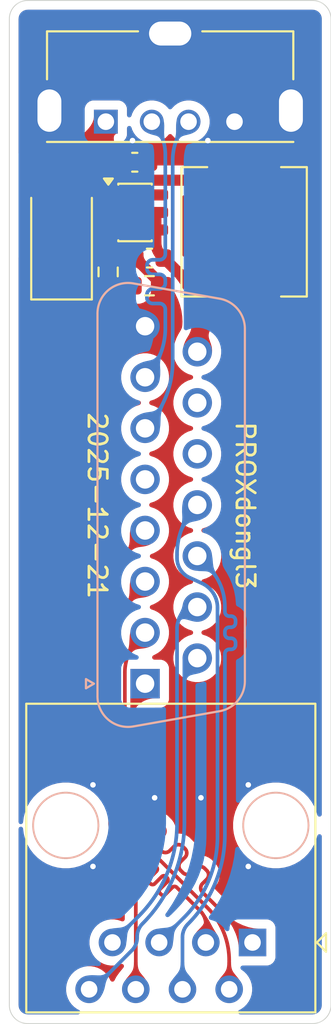
<source format=kicad_pcb>
(kicad_pcb
	(version 20241229)
	(generator "pcbnew")
	(generator_version "9.0")
	(general
		(thickness 1.6)
		(legacy_teardrops no)
	)
	(paper "A4")
	(layers
		(0 "F.Cu" signal)
		(2 "B.Cu" signal)
		(9 "F.Adhes" user "F.Adhesive")
		(11 "B.Adhes" user "B.Adhesive")
		(13 "F.Paste" user)
		(15 "B.Paste" user)
		(5 "F.SilkS" user "F.Silkscreen")
		(7 "B.SilkS" user "B.Silkscreen")
		(1 "F.Mask" user)
		(3 "B.Mask" user)
		(17 "Dwgs.User" user "User.Drawings")
		(19 "Cmts.User" user "User.Comments")
		(21 "Eco1.User" user "User.Eco1")
		(23 "Eco2.User" user "User.Eco2")
		(25 "Edge.Cuts" user)
		(27 "Margin" user)
		(31 "F.CrtYd" user "F.Courtyard")
		(29 "B.CrtYd" user "B.Courtyard")
		(35 "F.Fab" user)
		(33 "B.Fab" user)
		(39 "User.1" user)
		(41 "User.2" user)
		(43 "User.3" user)
		(45 "User.4" user)
	)
	(setup
		(pad_to_mask_clearance 0)
		(allow_soldermask_bridges_in_footprints no)
		(tenting front back)
		(pcbplotparams
			(layerselection 0x00000000_00000000_55555555_5755f5ff)
			(plot_on_all_layers_selection 0x00000000_00000000_00000000_00000000)
			(disableapertmacros no)
			(usegerberextensions yes)
			(usegerberattributes yes)
			(usegerberadvancedattributes yes)
			(creategerberjobfile yes)
			(dashed_line_dash_ratio 12.000000)
			(dashed_line_gap_ratio 3.000000)
			(svgprecision 4)
			(plotframeref no)
			(mode 1)
			(useauxorigin no)
			(hpglpennumber 1)
			(hpglpenspeed 20)
			(hpglpendiameter 15.000000)
			(pdf_front_fp_property_popups yes)
			(pdf_back_fp_property_popups yes)
			(pdf_metadata yes)
			(pdf_single_document no)
			(dxfpolygonmode yes)
			(dxfimperialunits yes)
			(dxfusepcbnewfont yes)
			(psnegative no)
			(psa4output no)
			(plot_black_and_white yes)
			(sketchpadsonfab no)
			(plotpadnumbers no)
			(hidednponfab no)
			(sketchdnponfab yes)
			(crossoutdnponfab yes)
			(subtractmaskfromsilk no)
			(outputformat 1)
			(mirror no)
			(drillshape 0)
			(scaleselection 1)
			(outputdirectory "out/")
		)
	)
	(net 0 "")
	(net 1 "unconnected-(J1-P14-Pad14)")
	(net 2 "/ETH_DC1+")
	(net 3 "/ETH_RX-")
	(net 4 "/ETH_TX+")
	(net 5 "/ETH_DC2+")
	(net 6 "/ETH_DC1-")
	(net 7 "unconnected-(J1-P13-Pad13)")
	(net 8 "/ETH_DC2-")
	(net 9 "/ETH_RX+")
	(net 10 "/ETH_TX-")
	(net 11 "unconnected-(J1-Pad5)")
	(net 12 "/USB_D-")
	(net 13 "/USB_D+")
	(net 14 "+3V3")
	(net 15 "GND")
	(net 16 "+5V")
	(net 17 "Net-(D1-A)")
	(net 18 "Net-(U1-FB)")
	(net 19 "unconnected-(U1-NC-Pad6)")
	(footprint "Connector_USB:USB_A_Molex_105057_Vertical" (layer "F.Cu") (at 105.25 49.575))
	(footprint "Diode_SMD:D_SMA" (layer "F.Cu") (at 102.84 55.71 90))
	(footprint "Package_TO_SOT_SMD:SOT-23-6" (layer "F.Cu") (at 106.8375 54.5))
	(footprint "Capacitor_SMD:C_0603_1608Metric" (layer "F.Cu") (at 106.825 51.775))
	(footprint "Inductor_SMD:L_APV_APH0630" (layer "F.Cu") (at 112.775 55.55 90))
	(footprint "Resistor_SMD:R_0603_1608Metric" (layer "F.Cu") (at 107.625 58.475))
	(footprint "Resistor_SMD:R_0603_1608Metric" (layer "F.Cu") (at 105.375 57.725 90))
	(footprint "Capacitor_SMD:C_0603_1608Metric" (layer "F.Cu") (at 107.625 56.975 180))
	(footprint "Connector_RJ:RJ45_OST_PJ012-8P8CX_Vertical" (layer "F.Cu") (at 113.23 94.1 180))
	(footprint "Connector_Dsub:DSUB-15_Socket_Vertical_P2.77x2.84mm" (layer "B.Cu") (at 107.385 80.06 -90))
	(gr_line
		(start 100 97.5)
		(end 100 44)
		(stroke
			(width 0.05)
			(type default)
		)
		(layer "Edge.Cuts")
		(uuid "0db6ce03-0979-466c-8d70-b73e485d4a8f")
	)
	(gr_line
		(start 117.5 44)
		(end 117.5 97.5)
		(stroke
			(width 0.05)
			(type default)
		)
		(layer "Edge.Cuts")
		(uuid "10be46f5-97dc-400b-ad24-0b8b87306653")
	)
	(gr_line
		(start 101 43)
		(end 116.5 43)
		(stroke
			(width 0.05)
			(type default)
		)
		(layer "Edge.Cuts")
		(uuid "413b3a9e-9bd9-4831-9365-cd63dbd28d7f")
	)
	(gr_arc
		(start 116.5 43)
		(mid 117.207107 43.292893)
		(end 117.5 44)
		(stroke
			(width 0.05)
			(type default)
		)
		(layer "Edge.Cuts")
		(uuid "52b734ef-74dd-43b6-888f-18443ecf54e3")
	)
	(gr_arc
		(start 101 98.5)
		(mid 100.292893 98.207107)
		(end 100 97.5)
		(stroke
			(width 0.05)
			(type default)
		)
		(layer "Edge.Cuts")
		(uuid "6a17951b-3130-4b4a-9fe8-2b07478bf2be")
	)
	(gr_line
		(start 116.5 98.5)
		(end 101 98.5)
		(stroke
			(width 0.05)
			(type default)
		)
		(layer "Edge.Cuts")
		(uuid "79c46bbb-04e4-4a4a-967a-27117ae08049")
	)
	(gr_arc
		(start 117.5 97.5)
		(mid 117.207107 98.207107)
		(end 116.5 98.5)
		(stroke
			(width 0.05)
			(type default)
		)
		(layer "Edge.Cuts")
		(uuid "dbd91a20-56fa-46cf-ba01-69e810d4c7e5")
	)
	(gr_arc
		(start 100 44)
		(mid 100.292893 43.292893)
		(end 101 43)
		(stroke
			(width 0.05)
			(type default)
		)
		(layer "Edge.Cuts")
		(uuid "f40b6dc1-c075-4afe-b6bc-38632a8e4915")
	)
	(gr_text "PROXdongl3\n\n\n\n\n2025-12-21"
		(at 104.2 70.4 270)
		(layer "F.SilkS")
		(uuid "ca6d681c-1b30-4157-b329-de577ee1e039")
		(effects
			(font
				(size 1 1)
				(thickness 0.15)
			)
			(justify bottom)
		)
	)
	(segment
		(start 109.42 93.811314)
		(end 109.42 96.64)
		(width 0.2)
		(layer "B.Cu")
		(net 2)
		(uuid "1b3a16c5-83c5-4082-963a-24f4bce5b034")
	)
	(segment
		(start 111.727 78.438473)
		(end 111.727 78.558473)
		(width 0.2)
		(layer "B.Cu")
		(net 2)
		(uuid "297592fe-a272-44fc-9e77-42cb25950c25")
	)
	(segment
		(start 112.307 77.838473)
		(end 112.307 77.958473)
		(width 0.2)
		(layer "B.Cu")
		(net 2)
		(uuid "3605a777-fcb1-4949-9d2b-4fed50311136")
	)
	(segment
		(start 110.225 73.135)
		(end 110.837673 73.747673)
		(width 0.2)
		(layer "B.Cu")
		(net 2)
		(uuid "42abc40d-b88e-4359-b3e2-d2fd62bc3daf")
	)
	(segment
		(start 111.967 76.398473)
		(end 112.067 76.398473)
		(width 0.2)
		(layer "B.Cu")
		(net 2)
		(uuid "4b6e64f8-ddf2-4ad7-88b5-f979a45e1a53")
	)
	(segment
		(start 111.727 78.611757)
		(end 111.727 79.948824)
		(width 0.2)
		(layer "B.Cu")
		(net 2)
		(uuid "58c9926b-6326-42e7-9dc0-12c851049de2")
	)
	(segment
		(start 111.727 78.558473)
		(end 111.727 78.611757)
		(width 0.2)
		(layer "B.Cu")
		(net 2)
		(uuid "83f4b8a8-9871-4188-8e2f-293062ac7c8a")
	)
	(segment
		(start 112.307 76.638473)
		(end 112.307 76.758473)
		(width 0.2)
		(layer "B.Cu")
		(net 2)
		(uuid "989da18c-164e-4312-b765-d0763e0d36c9")
	)
	(segment
		(start 112.067 76.998473)
		(end 111.967 76.998473)
		(width 0.2)
		(layer "B.Cu")
		(net 2)
		(uuid "aba83d00-45b9-415e-8971-df563c611b99")
	)
	(segment
		(start 111.727 79.948824)
		(end 111.727 88.241834)
		(width 0.2)
		(layer "B.Cu")
		(net 2)
		(uuid "b4f4a6aa-0c07-400b-8acd-30687c0c6f72")
	)
	(segment
		(start 112.067 78.198473)
		(end 111.967 78.198473)
		(width 0.2)
		(layer "B.Cu")
		(net 2)
		(uuid "c29c28f6-4ec4-47de-af13-a0590522dd89")
	)
	(segment
		(start 111.727005 75.894771)
		(end 111.727 76.158473)
		(width 0.2)
		(layer "B.Cu")
		(net 2)
		(uuid "cca05b71-5b5f-4256-ab52-cb01e3d64242")
	)
	(segment
		(start 111.727 77.238473)
		(end 111.727 77.358473)
		(width 0.2)
		(layer "B.Cu")
		(net 2)
		(uuid "e8f35f1c-5947-4153-b041-9d5f8b5d5ced")
	)
	(segment
		(start 111.967 77.598473)
		(end 112.067 77.598473)
		(width 0.2)
		(layer "B.Cu")
		(net 2)
		(uuid "eca8d92f-de7c-4ff4-8620-6832795d65d8")
	)
	(arc
		(start 111.727 88.241834)
		(mid 111.203571 90.873289)
		(end 109.712893 93.104207)
		(width 0.2)
		(layer "B.Cu")
		(net 2)
		(uuid "3d729d30-f11a-449e-8f5f-d25a15500890")
	)
	(arc
		(start 111.727 77.358473)
		(mid 111.797294 77.528179)
		(end 111.967 77.598473)
		(width 0.2)
		(layer "B.Cu")
		(net 2)
		(uuid "4889e938-fd7e-45f7-a438-fd58a02665ad")
	)
	(arc
		(start 111.967 76.998473)
		(mid 111.797294 77.068767)
		(end 111.727 77.238473)
		(width 0.2)
		(layer "B.Cu")
		(net 2)
		(uuid "840bed66-a729-458a-bb79-41114e5b1fc5")
	)
	(arc
		(start 112.307 77.958473)
		(mid 112.236706 78.128179)
		(end 112.067 78.198473)
		(width 0.2)
		(layer "B.Cu")
		(net 2)
		(uuid "88017b7f-2ce8-4096-b5fa-7d43e157a07b")
	)
	(arc
		(start 112.307 76.758473)
		(mid 112.236706 76.928179)
		(end 112.067 76.998473)
		(width 0.2)
		(layer "B.Cu")
		(net 2)
		(uuid "9785c371-2f24-469e-8504-4a7247b09219")
	)
	(arc
		(start 111.727 76.158473)
		(mid 111.797294 76.328179)
		(end 111.967 76.398473)
		(width 0.2)
		(layer "B.Cu")
		(net 2)
		(uuid "a609964b-d264-4d9f-b12b-08cc4a699a63")
	)
	(arc
		(start 112.067 76.398473)
		(mid 112.236706 76.468767)
		(end 112.307 76.638473)
		(width 0.2)
		(layer "B.Cu")
		(net 2)
		(uuid "ac1d85bb-f59a-4dfc-941c-ef6392377f83")
	)
	(arc
		(start 109.712893 93.104207)
		(mid 109.49612 93.428631)
		(end 109.42 93.811314)
		(width 0.2)
		(layer "B.Cu")
		(net 2)
		(uuid "d6ee7632-5b2a-4cfb-b595-83b645ff3a0f")
	)
	(arc
		(start 110.837673 73.747673)
		(mid 111.495887 74.73277)
		(end 111.727005 75.894771)
		(width 0.2)
		(layer "B.Cu")
		(net 2)
		(uuid "d77a85b3-60db-4da9-b72d-3bba58386af8")
	)
	(arc
		(start 112.067 77.598473)
		(mid 112.236706 77.668767)
		(end 112.307 77.838473)
		(width 0.2)
		(layer "B.Cu")
		(net 2)
		(uuid "db339cf9-2624-410e-9cdf-a3c53cbe6b3f")
	)
	(arc
		(start 111.967 78.198473)
		(mid 111.797294 78.268767)
		(end 111.727 78.438473)
		(width 0.2)
		(layer "B.Cu")
		(net 2)
		(uuid "e60421ae-9944-4ba1-b5d8-dc864b2c1861")
	)
	(segment
		(start 106.88 96.64)
		(end 106.88 91.014127)
		(width 0.2)
		(layer "F.Cu")
		(net 3)
		(uuid "35e5ba2f-7fd0-48ff-93b1-eae833a0d61e")
	)
	(segment
		(start 105.482 87.639086)
		(end 105.482 76.344198)
		(width 0.2)
		(layer "F.Cu")
		(net 3)
		(uuid "60b35e78-4833-4263-92c3-97eb2a95da3d")
	)
	(arc
		(start 105.774893 88.346193)
		(mid 106.592798 89.570264)
		(end 106.88 91.014127)
		(width 0.2)
		(layer "F.Cu")
		(net 3)
		(uuid "19e1288e-cd7a-4cfe-953d-6947053902e2")
	)
	(arc
		(start 107.385 71.75)
		(mid 105.976563 73.857856)
		(end 105.482 76.344198)
		(width 0.2)
		(layer "F.Cu")
		(net 3)
		(uuid "9c5fc30d-d7ed-4b8a-bacb-26097bee2dee")
	)
	(arc
		(start 105.774893 88.346193)
		(mid 105.55812 88.02177)
		(end 105.482 87.639086)
		(width 0.2)
		(layer "F.Cu")
		(net 3)
		(uuid "d51b8968-c8e4-42c4-9a1a-bfffcced0d88")
	)
	(segment
		(start 106.685 80.76)
		(end 106.685 87.140786)
		(width 0.2)
		(layer "F.Cu")
		(net 4)
		(uuid "213cc9bc-96a1-4c17-8f5c-ccd93a116c65")
	)
	(segment
		(start 108.728115 89.12294)
		(end 108.960045 88.891007)
		(width 0.2)
		(layer "F.Cu")
		(net 4)
		(uuid "24ac8024-d204-4326-b00b-005f6abc51fc")
	)
	(segment
		(start 110.62316 90.078947)
		(end 110.741953 90.19774)
		(width 0.2)
		(layer "F.Cu")
		(net 4)
		(uuid "33be4c92-56f3-41eb-816b-15f32d9d77e2")
	)
	(segment
		(start 107.385 80.06)
		(end 106.685 80.76)
		(width 0.2)
		(layer "F.Cu")
		(net 4)
		(uuid "34c1f55e-d59e-4312-a4ac-b692196311fb")
	)
	(segment
		(start 110.741953 90.672916)
		(end 110.51002 90.904846)
		(width 0.2)
		(layer "F.Cu")
		(net 4)
		(uuid "5422b261-37a7-4aa3-8ee2-9fe0f509da50")
	)
	(segment
		(start 107.385 80.06)
		(end 106.977893 80.467107)
		(width 0.2)
		(layer "F.Cu")
		(net 4)
		(uuid "6c1f7510-deab-4342-9ffa-c055c23b178e")
	)
	(segment
		(start 107.540176 87.935001)
		(end 107.772106 87.703068)
		(width 0.2)
		(layer "F.Cu")
		(net 4)
		(uuid "84b38016-7cc8-4fa3-8b7d-a5b057c522ba")
	)
	(segment
		(start 109.554014 89.484977)
		(end 109.322081 89.716907)
		(width 0.2)
		(layer "F.Cu")
		(net 4)
		(uuid "9ac48fe6-f7b1-44c0-98a7-4e04da66844b")
	)
	(segment
		(start 109.916054 90.310879)
		(end 110.147984 90.078946)
		(width 0.2)
		(layer "F.Cu")
		(net 4)
		(uuid "a2574c8e-f60c-47dc-ba1e-fdeaf4826972")
	)
	(segment
		(start 110.628817 91.498817)
		(end 111.065 91.935)
		(width 0.2)
		(layer "F.Cu")
		(net 4)
		(uuid "ab11df4e-0c3b-49e5-b3ae-859f74f2b246")
	)
	(segment
		(start 109.435221 88.891008)
		(end 109.554014 89.009801)
		(width 0.2)
		(layer "F.Cu")
		(net 4)
		(uuid "b6312bb9-ecae-4f9e-96e4-326e5c0f01a1")
	)
	(segment
		(start 109.322082 90.192083)
		(end 109.440878 90.310878)
		(width 0.2)
		(layer "F.Cu")
		(net 4)
		(uuid "b73de118-aa28-480d-b46e-9d60e59735a8")
	)
	(segment
		(start 108.366075 88.297038)
		(end 108.134142 88.528968)
		(width 0.2)
		(layer "F.Cu")
		(net 4)
		(uuid "bca99180-b19e-4329-afac-060f59b785f4")
	)
	(segment
		(start 111.065 91.935)
		(end 113.23 94.1)
		(width 0.2)
		(layer "F.Cu")
		(net 4)
		(uuid "d2aaabad-c98a-45ae-96f4-1a8bd2222fa4")
	)
	(segment
		(start 108.247282 87.703069)
		(end 108.366075 87.821862)
		(width 0.2)
		(layer "F.Cu")
		(net 4)
		(uuid "dfb03752-e664-48a2-9d08-a7133c0f8063")
	)
	(segment
		(start 110.510021 91.380022)
		(end 110.628817 91.498817)
		(width 0.2)
		(layer "F.Cu")
		(net 4)
		(uuid "e06b253f-14fb-4dc8-9851-561d427c4427")
	)
	(segment
		(start 106.977893 87.847893)
		(end 107.065 87.935)
		(width 0.2)
		(layer "F.Cu")
		(net 4)
		(uuid "e20394a6-36ba-478e-8529-2641863adfaf")
	)
	(segment
		(start 108.134143 89.004144)
		(end 108.252939 89.122939)
		(width 0.2)
		(layer "F.Cu")
		(net 4)
		(uuid "e7e0aa8a-e407-46af-a998-0e98ace99086")
	)
	(arc
		(start 108.134142 88.528968)
		(mid 108.035731 88.766556)
		(end 108.134143 89.004144)
		(width 0.2)
		(layer "F.Cu")
		(net 4)
		(uuid "233b63ef-0432-464d-be60-e0fff5d13ac2")
	)
	(arc
		(start 110.51002 90.904846)
		(mid 110.411609 91.142434)
		(end 110.510021 91.380022)
		(width 0.2)
		(layer "F.Cu")
		(net 4)
		(uuid "3f33e3bc-9f81-4a07-86d5-c2781531a87b")
	)
	(arc
		(start 109.440878 90.310878)
		(mid 109.678467 90.40929)
		(end 109.916054 90.310879)
		(width 0.2)
		(layer "F.Cu")
		(net 4)
		(uuid "443a3d4a-6585-4196-a40e-7041425c4eac")
	)
	(arc
		(start 110.147984 90.078946)
		(mid 110.385572 89.980535)
		(end 110.62316 90.078947)
		(width 0.2)
		(layer "F.Cu")
		(net 4)
		(uuid "450e2d8f-0dd2-42b4-8f9f-39d4c2ccd201")
	)
	(arc
		(start 110.741953 90.19774)
		(mid 110.840365 90.435328)
		(end 110.741953 90.672916)
		(width 0.2)
		(layer "F.Cu")
		(net 4)
		(uuid "4e2764a4-0acf-4e47-855b-0e09e4b064ac")
	)
	(arc
		(start 107.065 87.935)
		(mid 107.302589 88.033412)
		(end 107.540176 87.935001)
		(width 0.2)
		(layer "F.Cu")
		(net 4)
		(uuid "617fa0de-ebb0-436c-8263-15595d60ef9c")
	)
	(arc
		(start 108.366075 87.821862)
		(mid 108.464487 88.05945)
		(end 108.366075 88.297038)
		(width 0.2)
		(layer "F.Cu")
		(net 4)
		(uuid "75f31041-05b3-4f77-bf21-c5469b3b3203")
	)
	(arc
		(start 108.252939 89.122939)
		(mid 108.490528 89.221351)
		(end 108.728115 89.12294)
		(width 0.2)
		(layer "F.Cu")
		(net 4)
		(uuid "8f790694-a398-4b1e-bb57-b582fb2543be")
	)
	(arc
		(start 107.772106 87.703068)
		(mid 108.009694 87.604657)
		(end 108.247282 87.703069)
		(width 0.2)
		(layer "F.Cu")
		(net 4)
		(uuid "a951adfe-5ee2-47da-a8db-acf76f9336c4")
	)
	(arc
		(start 109.554014 89.009801)
		(mid 109.652426 89.247389)
		(end 109.554014 89.484977)
		(width 0.2)
		(layer "F.Cu")
		(net 4)
		(uuid "cac28868-16bc-44b8-8510-56e0c858b8a5")
	)
	(arc
		(start 106.685 87.140786)
		(mid 106.76112 87.52347)
		(end 106.977893 87.847893)
		(width 0.2)
		(layer "F.Cu")
		(net 4)
		(uuid "d50a074b-b3dd-4558-8c40-85b226028dcd")
	)
	(arc
		(start 109.322081 89.716907)
		(mid 109.22367 89.954495)
		(end 109.322082 90.192083)
		(width 0.2)
		(layer "F.Cu")
		(net 4)
		(uuid "dc2f670d-15ea-4477-9882-6c8a74a5d2f3")
	)
	(arc
		(start 108.960045 88.891007)
		(mid 109.197633 88.792596)
		(end 109.435221 88.891008)
		(width 0.2)
		(layer "F.Cu")
		(net 4)
		(uuid "e16beaad-139b-4905-8a28-40e8a90511db")
	)
	(segment
		(start 111.326 75.937102)
		(end 111.326 88.341275)
		(width 0.2)
		(layer "B.Cu")
		(net 5)
		(uuid "2e521ab4-1c9c-4f82-8744-e8f74b45f502")
	)
	(segment
		(start 109.4997 92.750316)
		(end 108.15 94.1)
		(width 0.2)
		(layer "B.Cu")
		(net 5)
		(uuid "50323dfe-b2cd-4ed8-8839-87d366f75576")
	)
	(segment
		(start 109.123999 73.094481)
		(end 109.123997 73.24715)
		(width 0.2)
		(layer "B.Cu")
		(net 5)
		(uuid "573d0532-267c-4c64-81f2-82efa49f1e11")
	)
	(segment
		(start 109.124 73.050762)
		(end 109.123999 73.094481)
		(width 0.2)
		(layer "B.Cu")
		(net 5)
		(uuid "83aac324-fece-4496-8203-5c602cf4d72f")
	)
	(segment
		(start 109.124 73.022931)
		(end 109.124 73.050762)
		(width 0.2)
		(layer "B.Cu")
		(net 5)
		(uuid "b55e6cf2-afd1-4de7-8e61-c1b98395f5a3")
	)
	(segment
		(start 109.80946 74.311291)
		(end 110.472761 74.612516)
		(width 0.2)
		(layer "B.Cu")
		(net 5)
		(uuid "e3ce3b94-346f-4702-a787-4bad6a18c179")
	)
	(arc
		(start 109.123997 73.24715)
		(mid 109.310191 73.880054)
		(end 109.80946 74.311291)
		(width 0.2)
		(layer "B.Cu")
		(net 5)
		(uuid "29764fa2-a997-4704-9206-466832b26de4")
	)
	(arc
		(start 110.225 70.365)
		(mid 109.410133 71.584481)
		(end 109.124 73.022931)
		(width 0.2)
		(layer "B.Cu")
		(net 5)
		(uuid "524331c2-a955-4a25-93ad-45d61e2ba38d")
	)
	(arc
		(start 111.326 88.341275)
		(mid 110.85136 90.727434)
		(end 109.4997 92.750316)
		(width 0.2)
		(layer "B.Cu")
		(net 5)
		(uuid "95ff44f7-af53-4de6-a56f-ea9300a9a3de")
	)
	(arc
		(start 111.326 75.937102)
		(mid 111.094227 75.149297)
		(end 110.472761 74.612516)
		(width 0.2)
		(layer "B.Cu")
		(net 5)
		(uuid "e8685c65-5f2e-4be2-a160-a7a6580df01f")
	)
	(segment
		(start 109.416893 76.333107)
		(end 109.845 75.905)
		(width 0.2)
		(layer "B.Cu")
		(net 6)
		(uuid "19de6717-dd66-4f55-9b1f-ed5f070abbb0")
	)
	(segment
		(start 109.124 87.641773)
		(end 109.124 77.040214)
		(width 0.2)
		(layer "B.Cu")
		(net 6)
		(uuid "7ef2c0a7-1daf-4709-ba47-40c201c5c4ee")
	)
	(segment
		(start 109.845 75.905)
		(end 110.225 75.905)
		(width 0.2)
		(layer "B.Cu")
		(net 6)
		(uuid "7ff693eb-e5e6-4b1c-9b05-4bb976a10db3")
	)
	(segment
		(start 105.61 94.1)
		(end 107.042033 92.668001)
		(width 0.2)
		(layer "B.Cu")
		(net 6)
		(uuid "947dcb75-2a58-4d01-91e3-4a251669c49b")
	)
	(segment
		(start 105.61 94.1)
		(end 105.5 93.99)
		(width 0.2)
		(layer "B.Cu")
		(net 6)
		(uuid "ee570994-3e94-4237-bd5c-cfcc1aedb572")
	)
	(arc
		(start 107.042033 92.668001)
		(mid 108.582913 90.361955)
		(end 109.124 87.641773)
		(width 0.2)
		(layer "B.Cu")
		(net 6)
		(uuid "9367f155-3e0b-4ef1-95e0-d75e8f9bf54c")
	)
	(arc
		(start 109.416893 76.333107)
		(mid 109.20012 76.65753)
		(end 109.124 77.040214)
		(width 0.2)
		(layer "B.Cu")
		(net 6)
		(uuid "ac278524-a01d-4232-8144-d0e3b99e6d94")
	)
	(segment
		(start 106.953893 93.828232)
		(end 106.953893 93.785982)
		(width 0.2)
		(layer "B.Cu")
		(net 8)
		(uuid "6010f089-3123-43db-a364-fbc262c45f34")
	)
	(segment
		(start 109.525 87.578835)
		(end 109.525 79.789214)
		(width 0.2)
		(layer "B.Cu")
		(net 8)
		(uuid "7e9e76bf-d0c5-4b76-b851-d7129937c28e")
	)
	(segment
		(start 104.556339 96.64)
		(end 106.661 94.535339)
		(width 0.2)
		(layer "B.Cu")
		(net 8)
		(uuid "95ee3c68-50d0-449d-b1c1-bdd40f4b71cc")
	)
	(segment
		(start 104.34 96.64)
		(end 104.556339 96.64)
		(width 0.2)
		(layer "B.Cu")
		(net 8)
		(uuid "b41c45bb-3840-4329-873b-0826724ca19c")
	)
	(segment
		(start 109.817893 79.082107)
		(end 110.225 78.675)
		(width 0.2)
		(layer "B.Cu")
		(net 8)
		(uuid "ee68e164-ca41-4506-92ea-0620134d969e")
	)
	(arc
		(start 109.525 79.789214)
		(mid 109.60112 79.406531)
		(end 109.817893 79.082107)
		(width 0.2)
		(layer "B.Cu")
		(net 8)
		(uuid "601c0325-34fd-4107-8982-98e1646ff6bb")
	)
	(arc
		(start 106.953893 93.785982)
		(mid 107.030013 93.403299)
		(end 107.246786 93.078875)
		(width 0.2)
		(layer "B.Cu")
		(net 8)
		(uuid "6cbdcb56-97f5-4eb9-bec7-9c4b1ad8ab0a")
	)
	(arc
		(start 106.661 94.535339)
		(mid 106.877773 94.210916)
		(end 106.953893 93.828232)
		(width 0.2)
		(layer "B.Cu")
		(net 8)
		(uuid "cdf8a814-f6e8-4848-b587-18abdfccfa59")
	)
	(arc
		(start 107.246786 93.078875)
		(mid 108.932921 90.555415)
		(end 109.525 87.578835)
		(width 0.2)
		(layer "B.Cu")
		(net 8)
		(uuid "eb7a141a-7c25-4cc6-b7e6-d884c399ce57")
	)
	(segment
		(start 109.162381 91.166581)
		(end 109.3279 91.3321)
		(width 0.2)
		(layer "F.Cu")
		(net 9)
		(uuid "15b411c7-ffbd-4ead-bf58-f9f9c6b35cb2")
	)
	(segment
		(start 109.104397 91.108597)
		(end 109.162381 91.166581)
		(width 0.2)
		(layer "F.Cu")
		(net 9)
		(uuid "2762318f-2d42-4a0d-9577-aa34abcf0d1c")
	)
	(segment
		(start 108.002727 90.238858)
		(end 107.619475 90.622109)
		(width 0.2)
		(layer "F.Cu")
		(net 9)
		(uuid "287071ee-1ee2-499c-a9ce-f8ecf42d3b0b")
	)
	(segment
		(start 107.4229 89.659031)
		(end 107.216424 89.865506)
		(width 0.2)
		(layer "F.Cu")
		(net 9)
		(uuid "29a7ed2f-8e4f-4cb7-82c9-1b82aa07d29c")
	)
	(segment
		(start 108.199302 91.433867)
		(end 108.257284 91.491849)
		(width 0.2)
		(layer "F.Cu")
		(net 9)
		(uuid "2bc0a353-443d-4045-92f7-8008b44d6876")
	)
	(segment
		(start 107.216424 90.097437)
		(end 107.274406 90.155419)
		(width 0.2)
		(layer "F.Cu")
		(net 9)
		(uuid "3bd8a843-541f-49a2-80ce-54e5adec7582")
	)
	(segment
		(start 109.3279 91.3321)
		(end 110.281037 92.285237)
		(width 0.2)
		(layer "F.Cu")
		(net 9)
		(uuid "3ff0c178-d559-4453-b347-324ac0c71169")
	)
	(segment
		(start 110.281037 92.285237)
		(end 110.397107 92.401307)
		(width 0.2)
		(layer "F.Cu")
		(net 9)
		(uuid "870a4c3e-3467-4d7d-899e-2fa5d5e145dc")
	)
	(segment
		(start 107.944743 89.948943)
		(end 108.002727 90.006927)
		(width 0.2)
		(layer "F.Cu")
		(net 9)
		(uuid "9c62ffd7-2d59-4831-8a10-0b34bb66b7f3")
	)
	(segment
		(start 107.506337 90.155419)
		(end 107.712812 89.948943)
		(width 0.2)
		(layer "F.Cu")
		(net 9)
		(uuid "a5c6f3b1-9b78-483d-a59a-da4a82b89d2b")
	)
	(segment
		(start 107.909388 90.912022)
		(end 108.292639 90.52877)
		(width 0.2)
		(layer "F.Cu")
		(net 9)
		(uuid "a8239e8f-f4ad-4bcd-a685-40b24630076d")
	)
	(segment
		(start 108.582554 90.818685)
		(end 108.199302 91.201936)
		(width 0.2)
		(layer "F.Cu")
		(net 9)
		(uuid "ae2a428f-6241-4267-938d-dc7b1785dbab")
	)
	(segment
		(start 107.619475 90.85404)
		(end 107.677457 90.912022)
		(width 0.2)
		(layer "F.Cu")
		(net 9)
		(uuid "bd542de6-00d6-4569-a8a8-7b814e5434c0")
	)
	(segment
		(start 105.883 78.146129)
		(end 105.883 87.472986)
		(width 0.2)
		(layer "F.Cu")
		(net 9)
		(uuid "bdcc6913-de0c-47e8-80af-b18b6df31a33")
	)
	(segment
		(start 108.52457 90.52877)
		(end 108.582554 90.586754)
		(width 0.2)
		(layer "F.Cu")
		(net 9)
		(uuid "cbb60cd9-50b4-4299-b5a3-262396cc7801")
	)
	(segment
		(start 106.175893 88.180093)
		(end 107.4229 89.4271)
		(width 0.2)
		(layer "F.Cu")
		(net 9)
		(uuid "dc2eb85c-2011-497b-9c1a-e9375e89c281")
	)
	(segment
		(start 108.489215 91.491849)
		(end 108.872466 91.108597)
		(width 0.2)
		(layer "F.Cu")
		(net 9)
		(uuid "f106b01f-947e-4b6d-b921-7b6d67ddc96c")
	)
	(segment
		(start 110.69 93.108414)
		(end 110.69 94.1)
		(width 0.2)
		(layer "F.Cu")
		(net 9)
		(uuid "fadf9c9d-be21-45c6-bd28-ba31471b182e")
	)
	(arc
		(start 107.677457 90.912022)
		(mid 107.793423 90.960056)
		(end 107.909388 90.912022)
		(width 0.2)
		(layer "F.Cu")
		(net 9)
		(uuid "0044d40f-1336-4018-897f-f767c31ef9ee")
	)
	(arc
		(start 110.397107 92.401307)
		(mid 110.61388 92.725731)
		(end 110.69 93.108414)
		(width 0.2)
		(layer "F.Cu")
		(net 9)
		(uuid "08a9e97a-790d-4c1c-9c02-8911175f24f6")
	)
	(arc
		(start 105.883 87.472986)
		(mid 105.95912 87.855669)
		(end 106.175893 88.180093)
		(width 0.2)
		(layer "F.Cu")
		(net 9)
		(uuid "132eb2b6-7af8-45e0-ad5e-0a1ba96503ff")
	)
	(arc
		(start 108.199302 91.201936)
		(mid 108.151268 91.317901)
		(end 108.199302 91.433867)
		(width 0.2)
		(layer "F.Cu")
		(net 9)
		(uuid "2908833b-4ba6-4279-91a0-8e3768d41ad8")
	)
	(arc
		(start 107.4229 89.4271)
		(mid 107.470934 89.543066)
		(end 107.4229 89.659031)
		(width 0.2)
		(layer "F.Cu")
		(net 9)
		(uuid "3d1a5c3b-9c1c-4ff9-b509-0cd7ba345534")
	)
	(arc
		(start 108.002727 90.006927)
		(mid 108.050761 90.122893)
		(end 108.002727 90.238858)
		(width 0.2)
		(layer "F.Cu")
		(net 9)
		(uuid "43d0c6e6-db7b-45ce-b80a-75e47fc99d11")
	)
	(arc
		(start 107.619475 90.622109)
		(mid 107.571441 90.738074)
		(end 107.619475 90.85404)
		(width 0.2)
		(layer "F.Cu")
		(net 9)
		(uuid "450ede13-fc08-433a-a879-90ba3cb3c275")
	)
	(arc
		(start 107.712812 89.948943)
		(mid 107.828777 89.900909)
		(end 107.944743 89.948943)
		(width 0.2)
		(layer "F.Cu")
		(net 9)
		(uuid "559183c8-82a1-498e-9f0c-0c279546951a")
	)
	(arc
		(start 108.292639 90.52877)
		(mid 108.408604 90.480736)
		(end 108.52457 90.52877)
		(width 0.2)
		(layer "F.Cu")
		(net 9)
		(uuid "6c24ef7f-7479-488d-81ee-eaa183b09299")
	)
	(arc
		(start 108.582554 90.586754)
		(mid 108.630588 90.70272)
		(end 108.582554 90.818685)
		(width 0.2)
		(layer "F.Cu")
		(net 9)
		(uuid "a09cebd6-3518-47f7-8983-a19fb2e66433")
	)
	(arc
		(start 107.274406 90.155419)
		(mid 107.390372 90.203453)
		(end 107.506337 90.155419)
		(width 0.2)
		(layer "F.Cu")
		(net 9)
		(uuid "a2dcb139-68dc-48c9-8390-fa2135db1e40")
	)
	(arc
		(start 107.216424 89.865506)
		(mid 107.16839 89.981471)
		(end 107.216424 90.097437)
		(width 0.2)
		(layer "F.Cu")
		(net 9)
		(uuid "ad7c87b6-7075-4132-a3b8-14a1b031aa08")
	)
	(arc
		(start 107.385 74.52)
		(mid 106.273353 76.18369)
		(end 105.883 78.146129)
		(width 0.2)
		(layer "F.Cu")
		(net 9)
		(uuid "b7972300-392c-4a71-beb6-4c9b3c4b1973")
	)
	(arc
		(start 108.872466 91.108597)
		(mid 108.988431 91.060563)
		(end 109.104397 91.108597)
		(width 0.2)
		(layer "F.Cu")
		(net 9)
		(uuid "ea0192bc-0949-40f4-aa03-732e56c585c8")
	)
	(arc
		(start 108.257284 91.491849)
		(mid 108.37325 91.539883)
		(end 108.489215 91.491849)
		(width 0.2)
		(layer "F.Cu")
		(net 9)
		(uuid "ffa78e4a-9ea6-435a-ba81-a0d93d71d9c7")
	)
	(segment
		(start 111.96 96.64)
		(end 111.96 95.064265)
		(width 0.2)
		(layer "F.Cu")
		(net 10)
		(uuid "1e072b2f-a021-4d03-b679-d9ccb33c45ac")
	)
	(segment
		(start 110.781137 92.218237)
		(end 106.576893 88.013993)
		(width 0.2)
		(layer "F.Cu")
		(net 10)
		(uuid "2ced86cf-7653-41f5-805b-b58d44cbf522")
	)
	(segment
		(start 107.037789 77.637211)
		(end 107.385 77.29)
		(width 0.2)
		(layer "F.Cu")
		(net 10)
		(uuid "54d048d0-6021-4565-a7d5-639d167c4ae7")
	)
	(segment
		(start 106.284 87.306886)
		(end 106.284 79.457019)
		(width 0.2)
		(layer "F.Cu")
		(net 10)
		(uuid "712ae5f0-9554-4cfe-b6b0-42cb67fcdea8")
	)
	(arc
		(start 106.576893 88.013993)
		(mid 106.36012 87.68957)
		(end 106.284 87.306886)
		(width 0.2)
		(layer "F.Cu")
		(net 10)
		(uuid "0907e4d0-264d-4934-9588-116a623b2293")
	)
	(arc
		(start 107.037789 77.637211)
		(mid 106.479903 78.472146)
		(end 106.284 79.457019)
		(width 0.2)
		(layer "F.Cu")
		(net 10)
		(uuid "6fbe9976-3140-4f1f-b030-d3810ef537c8")
	)
	(arc
		(start 111.96 95.064265)
		(mid 111.653623 93.524006)
		(end 110.781137 92.218237)
		(width 0.2)
		(layer "F.Cu")
		(net 10)
		(uuid "c8e3aab4-fd21-4b27-8658-33ac568c0160")
	)
	(segment
		(start 108.486 51.351842)
		(end 108.486 51.796628)
		(width 0.2)
		(layer "B.Cu")
		(net 12)
		(uuid "022229e0-ef6b-4471-a7ff-86bdbebb8f62")
	)
	(segment
		(start 108.486 51.796628)
		(end 108.486 56.752191)
		(width 0.2)
		(layer "B.Cu")
		(net 12)
		(uuid "05cceade-a274-414f-8bf2-59eb1124b987")
	)
	(segment
		(start 108.486 60.741494)
		(end 108.486 60.781945)
		(width 0.2)
		(layer "B.Cu")
		(net 12)
		(uuid "10557358-4856-4ab5-ae04-97387702dcab")
	)
	(segment
		(start 108.486 60.451494)
		(end 108.486 60.741494)
		(width 0.2)
		(layer "B.Cu")
		(net 12)
		(uuid "14a6e22d-c347-4fc1-8b3e-f53f9be841cf")
	)
	(segment
		(start 107.802 59.438191)
		(end 108.17 59.438191)
		(width 0.2)
		(layer "B.Cu")
		(net 12)
		(uuid "2476beab-af21-4edd-993c-b2bfa6a05dae")
	)
	(segment
		(start 108.486 59.754191)
		(end 108.486 59.912191)
		(width 0.2)
		(layer "B.Cu")
		(net 12)
		(uuid "408dca81-1860-47b8-81f9-4adeff4512c8")
	)
	(segment
		(start 108.486 59.912191)
		(end 108.486 60.451494)
		(width 0.2)
		(layer "B.Cu")
		(net 12)
		(uuid "4c1fca2c-7319-40d3-ab82-cd99bcce3436")
	)
	(segment
		(start 107.486 57.384191)
		(end 107.486 57.542191)
		(width 0.2)
		(layer "B.Cu")
		(net 12)
		(uuid "700aad17-d708-4588-8db6-1688d2fab2ac")
	)
	(segment
		(start 108.17 58.648191)
		(end 107.802 58.648191)
		(width 0.2)
		(layer "B.Cu")
		(net 12)
		(uuid "84a83b14-4ce5-49b5-9a67-78eb7ffc7df3")
	)
	(segment
		(start 108.17 57.068191)
		(end 107.802 57.068191)
		(width 0.2)
		(layer "B.Cu")
		(net 12)
		(uuid "927ed8b6-8f78-4bd4-9706-697d355de0a1")
	)
	(segment
		(start 107.802 57.858191)
		(end 108.17 57.858191)
		(width 0.2)
		(layer "B.Cu")
		(net 12)
		(uuid "98fd1a51-6f36-459e-87c9-e3b59824143e")
	)
	(segment
		(start 108.486 58.174191)
		(end 108.486 58.332191)
		(width 0.2)
		(layer "B.Cu")
		(net 12)
		(uuid "bc84b526-1150-401d-9fe4-6b77ceaaf9ee")
	)
	(segment
		(start 107.486 58.964191)
		(end 107.486 59.122191)
		(width 0.2)
		(layer "B.Cu")
		(net 12)
		(uuid "e486bcad-5971-4c54-9f6f-fc3cf2dabbe6")
	)
	(arc
		(start 107.486 57.542191)
		(mid 107.578554 57.765637)
		(end 107.802 57.858191)
		(width 0.2)
		(layer "B.Cu")
		(net 12)
		(uuid "280d5bb5-4950-4afe-a3ed-a8864f2297e4")
	)
	(arc
		(start 107.802 58.648191)
		(mid 107.578554 58.740745)
		(end 107.486 58.964191)
		(width 0.2)
		(layer "B.Cu")
		(net 12)
		(uuid "2de487c8-fb55-48d5-bc7e-ec52e6391cd6")
	)
	(arc
		(start 108.17 59.438191)
		(mid 108.393446 59.530745)
		(end 108.486 59.754191)
		(width 0.2)
		(layer "B.Cu")
		(net 12)
		(uuid "310b9eb1-f40c-464c-803e-07fcd671bbd2")
	)
	(arc
		(start 107.802 57.068191)
		(mid 107.578554 57.160745)
		(end 107.486 57.384191)
		(width 0.2)
		(layer "B.Cu")
		(net 12)
		(uuid "4ed03029-a14b-4556-b297-c4721f03f8ae")
	)
	(arc
		(start 107.486 59.122191)
		(mid 107.578554 59.345637)
		(end 107.802 59.438191)
		(width 0.2)
		(layer "B.Cu")
		(net 12)
		(uuid "8c9d0890-f225-44dd-b647-dc5606e56a90")
	)
	(arc
		(start 108.486 56.752191)
		(mid 108.393446 56.975637)
		(end 108.17 57.068191)
		(width 0.2)
		(layer "B.Cu")
		(net 12)
		(uuid "c20b928b-6a80-4e7d-b9f0-dc690c64e669")
	)
	(arc
		(start 108.486 58.332191)
		(mid 108.393446 58.555637)
		(end 108.17 58.648191)
		(width 0.2)
		(layer "B.Cu")
		(net 12)
		(uuid "cc45073d-188f-442c-ac23-d06d8c53fecb")
	)
	(arc
		(start 108.17 57.858191)
		(mid 108.393446 57.950745)
		(end 108.486 58.174191)
		(width 0.2)
		(layer "B.Cu")
		(net 12)
		(uuid "dd19b0d6-1a0e-42c1-a89c-7a4a8e7da597")
	)
	(arc
		(start 108.486 60.781945)
		(mid 108.199858 62.220476)
		(end 107.385 63.44)
		(width 0.2)
		(layer "B.Cu")
		(net 12)
		(uuid "f33cfceb-e09f-45eb-b11a-bab4a8b100c3")
	)
	(arc
		(start 107.75 49.575)
		(mid 108.294723 50.390229)
		(end 108.486 51.351842)
		(width 0.2)
		(layer "B.Cu")
		(net 12)
		(uuid "f3bf2c74-4ab3-4a73-b73e-f22aebb82efc")
	)
	(segment
		(start 108.887 51.658474)
		(end 108.887 62.583871)
		(width 0.2)
		(layer "B.Cu")
		(net 13)
		(uuid "bda663fa-58e7-44bf-954b-314e59c1a180")
	)
	(arc
		(start 109.75 49.575)
		(mid 109.111288 50.530903)
		(end 108.887 51.658474)
		(width 0.2)
		(layer "B.Cu")
		(net 13)
		(uuid "4ff6a839-319f-4996-91ee-d45cb3613d47")
	)
	(arc
		(start 107.385 66.21)
		(mid 108.496646 64.546311)
		(end 108.887 62.583871)
		(width 0.2)
		(layer "B.Cu")
		(net 13)
		(uuid "8655bb6f-9eb8-44d4-8c09-6e0886ab5343")
	)
	(segment
		(start 108.267893 56.842893)
		(end 108.4 56.975)
		(width 0.6)
		(layer "F.Cu")
		(net 14)
		(uuid "01c7bb6d-cc75-4d99-97fe-6d8b6ed11e67")
	)
	(segment
		(start 109.028862 57.581956)
		(end 108.421906 56.975)
		(width 0.6)
		(layer "F.Cu")
		(net 14)
		(uuid "1138042a-4714-4a87-8860-3f882f5b1ad4")
	)
	(segment
		(start 108.924 57.499)
		(end 108.4 56.975)
		(width 0.6)
		(layer "F.Cu")
		(net 14)
		(uuid "149d850b-1d27-4535-b144-0debe2428759")
	)
	(segment
		(start 110.225 62.055)
		(end 110.225 61.939214)
		(width 0.8)
		(layer "F.Cu")
		(net 14)
		(uuid "170c2a41-6f92-4a19-84ec-18ec923a2f8a")
	)
	(segment
		(start 110.882591 60.467409)
		(end 112.775 58.575)
		(width 0.6)
		(layer "F.Cu")
		(net 14)
		(uuid "1dfbd9fa-3635-482e-81d9-c51cfd247b65")
	)
	(segment
		(start 109.351 57.904094)
		(end 108.945906 57.499)
		(width 0.6)
		(layer "F.Cu")
		(net 14)
		(uuid "55e1d1c7-33d8-407d-99a8-fc4af11601ed")
	)
	(segment
		(start 109.351 57.926)
		(end 109.351 57.904094)
		(width 0.6)
		(layer "F.Cu")
		(net 14)
		(uuid "57cdd79b-6ced-4628-af03-2f9834a9ea7b")
	)
	(segment
		(start 108.945906 57.499)
		(end 108.924 57.499)
		(width 0.6)
		(layer "F.Cu")
		(net 14)
		(uuid "6827f80f-9efb-4d5d-a050-9652989efb14")
	)
	(segment
		(start 107.975 54.5)
		(end 107.975 55.45)
		(width 0.6)
		(layer "F.Cu")
		(net 14)
		(uuid "84ff19d4-953d-4c66-b870-88048138ec8c")
	)
	(segment
		(start 108.421906 56.975)
		(end 108.4 56.975)
		(width 0.6)
		(layer "F.Cu")
		(net 14)
		(uuid "aa6f6fc7-3fb6-4291-a29a-973d97f1df4e")
	)
	(segment
		(start 112.775 58.575)
		(end 110.917815 58.575)
		(width 0.6)
		(layer "F.Cu")
		(net 14)
		(uuid "b2cf565a-3bac-4784-b128-e958f8fe23f8")
	)
	(segment
		(start 110.225 62.055)
		(end 110.225 60.469691)
		(width 0.6)
		(layer "F.Cu")
		(net 14)
		(uuid "d034b8b8-7cac-4e92-a567-822c854e885d")
	)
	(segment
		(start 107.975 55.45)
		(end 107.975 56.135786)
		(width 0.6)
		(layer "F.Cu")
		(net 14)
		(uuid "fc080877-fdef-499a-81fb-c7a78cc6e35e")
	)
	(arc
		(start 109.028862 57.581956)
		(mid 109.914134 58.90686)
		(end 110.225 60.469691)
		(width 0.6)
		(layer "F.Cu")
		(net 14)
		(uuid "49d68595-9406-4c8c-857e-3abfc4a538f0")
	)
	(arc
		(start 110.882591 60.467409)
		(mid 110.395902 61.195791)
		(end 110.225 62.055)
		(width 0.6)
		(layer "F.Cu")
		(net 14)
		(uuid "4f9f34e2-69b0-4d7a-b96e-4b3931e7dcdc")
	)
	(arc
		(start 107.975 56.135786)
		(mid 108.05112 56.518469)
		(end 108.267893 56.842893)
		(width 0.6)
		(layer "F.Cu")
		(net 14)
		(uuid "60ac636e-5955-47e4-a4be-a04bb00d369f")
	)
	(arc
		(start 110.917815 58.575)
		(mid 110.069865 58.406332)
		(end 109.351 57.926)
		(width 0.6)
		(layer "F.Cu")
		(net 14)
		(uuid "a1350b5a-2bef-49e9-b425-b1c70903b950")
	)
	(segment
		(start 106.067107 45.087893)
		(end 102.18 48.975)
		(width 0.4)
		(layer "F.Cu")
		(net 15)
		(uuid "0c33beac-12bb-445d-a783-1004852db0d5")
	)
	(segment
		(start 108.75 44.795)
		(end 110.725786 44.795)
		(width 0.4)
		(layer "F.Cu")
		(net 15)
		(uuid "0d073ff7-1f92-4185-8570-d1c6bc823cd7")
	)
	(segment
		(start 108.75 44.795)
		(end 106.774214 44.795)
		(width 0.4)
		(layer "F.Cu")
		(net 15)
		(uuid "21a4a2c9-b853-46ee-af2f-c2201bc6d97e")
	)
	(segment
		(start 110.36 51.04)
		(end 110.8 50.6)
		(width 0.6)
		(layer "F.Cu")
		(net 15)
		(uuid "3e72f3b1-afe6-4d60-82ff-88b23662b651")
	)
	(segment
		(start 107.14 51.04)
		(end 110.36 51.04)
		(width 0.6)
		(layer "F.Cu")
		(net 15)
		(uuid "5213e8c0-ed6e-46d0-8f7d-e8e5d901695a")
	)
	(segment
		(start 106.85 56.975)
		(end 106.85 55.194608)
		(width 0.5)
		(layer "F.Cu")
		(net 15)
		(uuid "57258077-4338-4445-b501-7ac1f3fd1b41")
	)
	(segment
		(start 108.157107 59.897893)
		(end 107.385 60.67)
		(width 0.6)
		(layer "F.Cu")
		(net 15)
		(uuid "71519fb9-ccf6-4e19-a042-139449a1a5b0")
	)
	(segment
		(start 114.72 49.575)
		(end 115.32 48.975)
		(width 0.4)
		(layer "F.Cu")
		(net 15)
		(uuid "8556cc7d-a651-4238-b822-cbc3ed084b25")
	)
	(segment
		(start 108.35 58.475)
		(end 106.85 56.975)
		(width 0.6)
		(layer "F.Cu")
		(net 15)
		(uuid "9017d5ca-9b84-43cb-ba0e-9acde6c76258")
	)
	(segment
		(start 108.45 58.475)
		(end 108.35 58.475)
		(width 0.6)
		(layer "F.Cu")
		(net 15)
		(uuid "a26b8840-8f8e-4e52-8359-2fa76be53fef")
	)
	(segment
		(start 107.379675 60.864675)
		(end 107.385 60.87)
		(width 0.2)
		(layer "F.Cu")
		(net 15)
		(uuid "b301174a-6c44-4f14-80a8-f66375b7bcf4")
	)
	(segment
		(start 106.155392 54.5)
		(end 105.7 54.5)
		(width 0.5)
		(layer "F.Cu")
		(net 15)
		(uuid "c5728684-52ac-40ab-9d7d-eccf4cf60896")
	)
	(segment
		(start 106.7 50.6)
		(end 107.14 51.04)
		(width 0.6)
		(layer "F.Cu")
		(net 15)
		(uuid "d05ee126-862b-433a-8823-b029b12cf36b")
	)
	(segment
		(start 108.45 58.475)
		(end 108.45 59.190786)
		(width 0.6)
		(layer "F.Cu")
		(net 15)
		(uuid "d87ae46f-f72f-40e8-bec7-4f280c760c41")
	)
	(segment
		(start 113.6 49.575)
		(end 114.72 49.575)
		(width 0.4)
		(layer "F.Cu")
		(net 15)
		(uuid "de84eedb-5098-4696-a021-39f315b576d5")
	)
	(segment
		(start 106.703553 54.841054)
		(end 106.508945 54.646446)
		(width 0.5)
		(layer "F.Cu")
		(net 15)
		(uuid "e5c7dcfa-2bd1-40fe-a078-d990a18c415f")
	)
	(segment
		(start 112.25 49.575)
		(end 113.6 49.575)
		(width 0.4)
		(layer "F.Cu")
		(net 15)
		(uuid "e76fc6c7-03b6-4c7f-8bff-e1d4b22b89a6")
	)
	(segment
		(start 111.432893 45.087893)
		(end 115.32 48.975)
		(width 0.4)
		(layer "F.Cu")
		(net 15)
		(uuid "ee3734c8-a041-4cac-b585-fee2f2dcb9b0")
	)
	(segment
		(start 107.6 51.5)
		(end 106.7 50.6)
		(width 0.6)
		(layer "F.Cu")
		(net 15)
		(uuid "f68f4f4a-2976-4c46-bfdb-5f8c67e9821d")
	)
	(segment
		(start 107.6 51.775)
		(end 107.6 51.5)
		(width 0.6)
		(layer "F.Cu")
		(net 15)
		(uuid "fc1ab8d2-ecce-4dd5-9f03-de9a88caac84")
	)
	(via
		(at 110.8 50.6)
		(size 0.6)
		(drill 0.3)
		(layers "F.Cu" "B.Cu")
		(free yes)
		(net 15)
		(uuid "63beb63d-c122-4dea-8c6e-c18b70e6f443")
	)
	(via
		(at 110.425 86.25)
		(size 0.6)
		(drill 0.3)
		(layers "F.Cu" "B.Cu")
		(free yes)
		(net 15)
		(uuid "876bae1b-0760-49b5-832e-b69fcf0cf519")
	)
	(via
		(at 106.7 50.6)
		(size 0.6)
		(drill 0.3)
		(layers "F.Cu" "B.Cu")
		(free yes)
		(net 15)
		(uuid "95dc6ae8-3d33-4b2b-8f50-ca64687bcbe4")
	)
	(via
		(at 104.55 85.55)
		(size 0.6)
		(drill 0.3)
		(layers "F.Cu" "B.Cu")
		(free yes)
		(net 15)
		(uuid "a2a88590-cfd5-4a29-a531-b3394a926948")
	)
	(via
		(at 113 85.55)
		(size 0.6)
		(drill 0.3)
		(layers "F.Cu" "B.Cu")
		(free yes)
		(net 15)
		(uuid "ac616ec1-d1d2-44fb-9f49-8187201b2e90")
	)
	(via
		(at 107.905 86.25)
		(size 0.6)
		(drill 0.3)
		(layers "F.Cu" "B.Cu")
		(free yes)
		(net 15)
		(uuid "c61ff644-7bac-4835-a369-81f37b2dd0ef")
	)
	(via
		(at 113 89.975)
		(size 0.6)
		(drill 0.3)
		(layers "F.Cu" "B.Cu")
		(free yes)
		(net 15)
		(uuid "d2f92140-5c7d-45e8-ba65-388e2768ee0d")
	)
	(via
		(at 104.55 89.975)
		(size 0.6)
		(drill 0.3)
		(layers "F.Cu" "B.Cu")
		(free yes)
		(net 15)
		(uuid "e3a6cd32-8774-441b-b1b5-ad98603fc489")
	)
	(arc
		(start 108.157107 59.897893)
		(mid 108.37388 59.57347)
		(end 108.45 59.190786)
		(width 0.6)
		(layer "F.Cu")
		(net 15)
		(uuid "042fcd4d-98b4-42ef-9f48-1aee6e6108e4")
	)
	(arc
		(start 111.432893 45.087893)
		(mid 111.10847 44.87112)
		(end 110.725786 44.795)
		(width 0.4)
		(layer "F.Cu")
		(net 15)
		(uuid "2f49bcbf-8334-4a01-91f6-23e68122d5c8")
	)
	(arc
		(start 106.508945 54.646446)
		(mid 106.346733 54.53806)
		(end 106.155392 54.5)
		(width 0.5)
		(layer "F.Cu")
		(net 15)
		(uuid "b2b285e3-d6a2-44dc-bbb5-be70501bff9a")
	)
	(arc
		(start 106.067107 45.087893)
		(mid 106.39153 44.87112)
		(end 106.774214 44.795)
		(width 0.4)
		(layer "F.Cu")
		(net 15)
		(uuid "d206bd10-bab8-4e98-a5ff-1014f43c85c3")
	)
	(arc
		(start 106.703553 54.841054)
		(mid 106.81194 55.003266)
		(end 106.85 55.194608)
		(width 0.5)
		(layer "F.Cu")
		(net 15)
		(uuid "d928c2a1-fd75-4e18-b591-9a7f42ab1af2")
	)
	(segment
		(start 111.225 50.6)
		(end 112.25 49.575)
		(width 0.6)
		(layer "B.Cu")
		(net 15)
		(uuid "15e425c5-67ac-4405-98c8-cfaa8c8b39bd")
	)
	(segment
		(start 105.525 58.395786)
		(end 105.525 52.189214)
		(width 0.6)
		(layer "B.Cu")
		(net 15)
		(uuid "5773559b-b9f5-4502-b016-47b1968d90a0")
	)
	(segment
		(start 107.385 60.67)
		(end 105.817893 59.102893)
		(width 0.6)
		(layer "B.Cu")
		(net 15)
		(uuid "c2225c2c-2003-41ac-98cb-93066a46d53b")
	)
	(segment
		(start 105.817893 51.482107)
		(end 106.7 50.6)
		(width 0.6)
		(layer "B.Cu")
		(net 15)
		(uuid "d88be7d8-8309-4030-88d1-e885c3245f19")
	)
	(segment
		(start 110.8 50.6)
		(end 111.225 50.6)
		(width 0.6)
		(layer "B.Cu")
		(net 15)
		(uuid "da83dea9-2ae0-43ec-a617-3afd6a6ae67c")
	)
	(arc
		(start 105.525 52.189214)
		(mid 105.60112 51.806531)
		(end 105.817893 51.482107)
		(width 0.6)
		(layer "B.Cu")
		(net 15)
		(uuid "09e670e9-2f9a-451e-b4c6-c6d5173ee710")
	)
	(arc
		(start 105.525 58.395786)
		(mid 105.60112 58.778469)
		(end 105.817893 59.102893)
		(width 0.6)
		(layer "B.Cu")
		(net 15)
		(uuid "313ab5dc-87b1-43c0-8986-26e8efbfe75c")
	)
	(segment
		(start 102.84 57.71)
		(end 101.382893 56.252893)
		(width 0.8)
		(layer "F.Cu")
		(net 16)
		(uuid "172c5a43-aa1b-4478-a586-8691a243fd46")
	)
	(segment
		(start 105.835 51.56)
		(end 106.05 51.775)
		(width 0.8)
		(layer "F.Cu")
		(net 16)
		(uuid "50a466ab-2d3e-43ea-9d39-9c89dfe0a041")
	)
	(segment
		(start 103.68 58.55)
		(end 102.84 57.71)
		(width 0.8)
		(layer "F.Cu")
		(net 16)
		(uuid "54f30d74-c199-4579-992e-d19ca0918780")
	)
	(segment
		(start 101.382893 51.977107)
		(end 101.507107 51.852893)
		(width 0.8)
		(layer "F.Cu")
		(net 16)
		(uuid "63ebec80-f3b8-4c3e-85a5-3d86e992887c")
	)
	(segment
		(start 105.375 58.55)
		(end 103.68 58.55)
		(width 0.8)
		(layer "F.Cu")
		(net 16)
		(uuid "82119c09-9d13-4f0d-8876-5a1526dd18c3")
	)
	(segment
		(start 103.557893 51.267107)
		(end 105.25 49.575)
		(width 0.8)
		(layer "F.Cu")
		(net 16)
		(uuid "d3a998d0-9e59-4059-88d6-3dc60ea97ad4")
	)
	(segment
		(start 102.214214 51.56)
		(end 105.835 51.56)
		(width 0.8)
		(layer "F.Cu")
		(net 16)
		(uuid "dd3e5121-f129-42ca-a994-03feef31c8ad")
	)
	(segment
		(start 102.214214 51.56)
		(end 102.850786 51.56)
		(width 0.8)
		(layer "F.Cu")
		(net 16)
		(uuid "e296ed4d-6117-432e-b27a-56baf2eca558")
	)
	(segment
		(start 101.09 55.545786)
		(end 101.09 52.684214)
		(width 0.8)
		(layer "F.Cu")
		(net 16)
		(uuid "e86b4946-5ffe-43c6-a51f-d980a92bda58")
	)
	(segment
		(start 105.25 49.575)
		(end 105.25 49.843691)
		(width 0.6)
		(layer "F.Cu")
		(net 16)
		(uuid "fa16e1a3-b7b4-4fef-8f97-1b8eb24995b2")
	)
	(arc
		(start 103.557893 51.267107)
		(mid 103.23347 51.48388)
		(end 102.850786 51.56)
		(width 0.8)
		(layer "F.Cu")
		(net 16)
		(uuid "57859e37-4433-4edf-965c-0c51cb2db825")
	)
	(arc
		(start 101.507107 51.852893)
		(mid 101.83153 51.63612)
		(end 102.214214 51.56)
		(width 0.8)
		(layer "F.Cu")
		(net 16)
		(uuid "a35acb28-ccad-4700-bb84-cbb4dc18feb0")
	)
	(arc
		(start 101.382893 56.252893)
		(mid 101.16612 55.92847)
		(end 101.09 55.545786)
		(width 0.8)
		(layer "F.Cu")
		(net 16)
		(uuid "ae68e147-dbf5-4ecb-84f3-99570697a386")
	)
	(arc
		(start 101.382893 51.977107)
		(mid 101.16612 52.30153)
		(end 101.09 52.684214)
		(width 0.8)
		(layer "F.Cu")
		(net 16)
		(uuid "d69a64ee-7530-4bf9-b42a-79e60ca01a67")
	)
	(arc
		(start 105.25 49.843691)
		(mid 105.457902 50.888884)
		(end 106.05 51.775)
		(width 0.6)
		(layer "F.Cu")
		(net 16)
		(uuid "f28909dd-d229-457a-9c63-7ffe1339f4ac")
	)
	(segment
		(start 106.353553 52.896447)
		(end 105.7 53.55)
		(width 0.6)
		(layer "F.Cu")
		(net 17)
		(uuid "06bc2a36-28a3-4248-bf22-fb37a85b6732")
	)
	(segment
		(start 106.707107 52.75)
		(end 103.8 52.75)
		(width 0.6)
		(layer "F.Cu")
		(net 17)
		(uuid "15ad139b-0c20-4790-8311-0337e0be6127")
	)
	(segment
		(start 103 53.55)
		(end 102.84 53.71)
		(width 0.6)
		(layer "F.Cu")
		(net 17)
		(uuid "24b8f94e-2a64-404b-8784-0356d213ae5e")
	)
	(segment
		(start 112.342893 52.75)
		(end 106.707107 52.75)
		(width 0.6)
		(layer "F.Cu")
		(net 17)
		(uuid "5a1b6cd0-a110-45b3-a5fd-42a59db3e150")
	)
	(segment
		(start 112.775 52.525)
		(end 112.696446 52.603554)
		(width 0.6)
		(layer "F.Cu")
		(net 17)
		(uuid "7f51f2aa-5346-49cd-aeca-285c4c67aa5d")
	)
	(segment
		(start 105.7 53.55)
		(end 103 53.55)
		(width 0.6)
		(layer "F.Cu")
		(net 17)
		(uuid "c2560c74-75be-4835-82e7-a75359aa382e")
	)
	(segment
		(start 102.85 53.275)
		(end 103.14797 52.97703)
		(width 0.6)
		(layer "F.Cu")
		(net 17)
		(uuid "c560e136-0fdf-46a5-a38c-f6599704dddb")
	)
	(segment
		(start 103.8 52.75)
		(end 102.84 53.71)
		(width 0.6)
		(layer "F.Cu")
		(net 17)
		(uuid "da5c97c2-9659-4f2c-97cf-25b7f1029220")
	)
	(arc
		(start 106.353553 52.896447)
		(mid 106.515765 52.78806)
		(end 106.707107 52.75)
		(width 0.6)
		(layer "F.Cu")
		(net 17)
		(uuid "16b2eb14-e4c0-40a5-82fd-5aff7502fcad")
	)
	(arc
		(start 112.696446 52.603554)
		(mid 112.534234 52.71194)
		(end 112.342893 52.75)
		(width 0.6)
		(layer "F.Cu")
		(net 17)
		(uuid "4ac56171-98e5-4020-bc57-b2fb327c3059")
	)
	(segment
		(start 105.375 56.9)
		(end 105.375 55.775)
		(width 0.6)
		(layer "F.Cu")
		(net 18)
		(uuid "01d5df96-3b06-42d8-bd7f-4de2a2662ae2")
	)
	(segment
		(start 105.375 56.9)
		(end 105.375 57.05)
		(width 0.6)
		(layer "F.Cu")
		(net 18)
		(uuid "0cbd7113-1249-49d5-9ccc-9104cb629216")
	)
	(segment
		(start 105.375 55.775)
		(end 105.7 55.45)
		(width 0.6)
		(layer "F.Cu")
		(net 18)
		(uuid "2330e412-fa5e-492c-8c2a-74003feef19a")
	)
	(segment
		(start 105.375 57.05)
		(end 106.8 58.475)
		(width 0.6)
		(layer "F.Cu")
		(net 18)
		(uuid "28d278f5-f285-41c2-8129-8cb8ef6bece8")
	)
	(zone
		(net 18)
		(net_name "Net-(U1-FB)")
		(layer "F.Cu")
		(uuid "00ac0ff0-1dda-4aab-a5b9-974048a19d16")
		(name "$teardrop_padvia$")
		(hatch none 0.1)
		(priority 30030)
		(attr
			(teardrop
				(type padvia)
			)
		)
		(connect_pads yes
			(clearance 0)
		)
		(min_thickness 0.0254)
		(filled_areas_thickness no)
		(fill yes
			(thermal_gap 0.5)
			(thermal_bridge_width 0.5)
			(island_removal_mode 1)
			(island_area_min 10)
		)
		(polygon
			(pts
				(xy 105.075 56.1) (xy 105.085177 56.198203) (xy 105.098042 56.308447) (xy 105.095883 56.417723)
				(xy 105.083584 56.465297) (xy 105.060827 56.504589) (xy 105.025377 56.532919) (xy 104.975 56.547606)
				(xy 105.375 56.901) (xy 105.775 56.547606) (xy 105.736171 56.538149) (xy 105.705845 56.520829) (xy 105.667108 56.467041)
				(xy 105.650484 56.379868) (xy 105.658659 56.243856) (xy 105.664823 56.198203) (xy 105.675 56.1)
			)
		)
		(filled_polygon
			(layer "F.Cu")
			(pts
				(xy 105.670298 56.103427) (xy 105.673725 56.1117) (xy 105.673663 56.112906) (xy 105.664841 56.198024)
				(xy 105.664798 56.198383) (xy 105.658659 56.243855) (xy 105.658658 56.243858) (xy 105.650483 56.379862)
				(xy 105.650484 56.379867) (xy 105.650484 56.379868) (xy 105.666776 56.465297) (xy 105.667108 56.46704)
				(xy 105.667109 56.467044) (xy 105.705843 56.520827) (xy 105.705845 56.520829) (xy 105.736171 56.538149)
				(xy 105.753231 56.542304) (xy 105.760458 56.547591) (xy 105.76183 56.556441) (xy 105.758209 56.56244)
				(xy 105.382747 56.894155) (xy 105.374278 56.897065) (xy 105.367253 56.894155) (xy 104.990911 56.561663)
				(xy 104.98698 56.553617) (xy 104.98989 56.545148) (xy 104.995383 56.541663) (xy 105.007438 56.538149)
				(xy 105.025372 56.532921) (xy 105.025374 56.532919) (xy 105.025377 56.532919) (xy 105.060827 56.504589)
				(xy 105.083584 56.465297) (xy 105.095883 56.417723) (xy 105.098042 56.308447) (xy 105.085177 56.198203)
				(xy 105.076337 56.112904) (xy 105.078893 56.104324) (xy 105.086769 56.100062) (xy 105.087975 56.1)
				(xy 105.662025 56.1)
			)
		)
	)
	(zone
		(net 9)
		(net_name "/ETH_RX+")
		(layer "F.Cu")
		(uuid "071eb124-7ead-47cb-adf1-ae98bd6ec4fe")
		(name "$teardrop_padvia$")
		(hatch none 0.1)
		(priority 30017)
		(attr
			(teardrop
				(type padvia)
			)
		)
		(connect_pads yes
			(clearance 0)
		)
		(min_thickness 0.0254)
		(filled_areas_thickness no)
		(fill yes
			(thermal_gap 0.5)
			(thermal_bridge_width 0.5)
			(island_removal_mode 1)
			(island_area_min 10)
		)
		(polygon
			(pts
				(xy 110.491273 92.691237) (xy 110.540201 92.773316) (xy 110.572617 92.847792) (xy 110.588838 92.909566)
				(xy 110.593632 92.966857) (xy 110.57379 93.069037) (xy 110.514801 93.172678) (xy 110.397472 93.305061)
				(xy 110.35335 93.349623) (xy 110.210255 93.499128) (xy 110.066398 93.683322) (xy 110.690555 94.100831)
				(xy 111.313602 93.683322) (xy 111.172887 93.46467) (xy 111.074225 93.296616) (xy 110.985576 93.131713)
				(xy 110.860343 92.90257) (xy 110.657567 92.580125)
			)
		)
		(filled_polygon
			(layer "F.Cu")
			(pts
				(xy 110.663793 92.590035) (xy 110.663969 92.590306) (xy 110.86015 92.902263) (xy 110.860513 92.902881)
				(xy 110.985576 93.131713) (xy 110.985614 93.131784) (xy 111.074215 93.296599) (xy 111.074225 93.296616)
				(xy 111.10539 93.349701) (xy 111.172888 93.464671) (xy 111.307386 93.673663) (xy 111.308981 93.682475)
				(xy 111.30406 93.689715) (xy 110.697061 94.09647) (xy 110.688281 94.098228) (xy 110.684043 94.096475)
				(xy 110.076865 93.690323) (xy 110.071894 93.682875) (xy 110.073645 93.674093) (xy 110.074132 93.673418)
				(xy 110.209901 93.49958) (xy 110.210659 93.498705) (xy 110.35335 93.349623) (xy 110.397472 93.305061)
				(xy 110.514801 93.172678) (xy 110.57379 93.069037) (xy 110.593632 92.966857) (xy 110.593631 92.966853)
				(xy 110.593632 92.96685) (xy 110.59105 92.936008) (xy 110.588838 92.909566) (xy 110.572617 92.847792)
				(xy 110.540201 92.773316) (xy 110.496961 92.70078) (xy 110.495669 92.691921) (xy 110.50051 92.685064)
				(xy 110.647567 92.586806) (xy 110.656348 92.58506)
			)
		)
	)
	(zone
		(net 15)
		(net_name "GND")
		(layer "F.Cu")
		(uuid "12c4fc35-ae7a-4aa4-a334-41b650899c49")
		(name "$teardrop_padvia$")
		(hatch none 0.1)
		(priority 30026)
		(attr
			(teardrop
				(type padvia)
			)
		)
		(connect_pads yes
			(clearance 0)
		)
		(min_thickness 0.0254)
		(filled_areas_thickness no)
		(fill yes
			(thermal_gap 0.5)
			(thermal_bridge_width 0.5)
			(island_removal_mode 1)
			(island_area_min 10)
		)
		(polygon
			(pts
				(xy 107.559174 58.108438) (xy 107.704122 58.225461) (xy 107.823724 58.317364) (xy 107.935713 58.420132)
				(xy 107.982068 58.475702) (xy 108.018377 58.534121) (xy 108.041926 58.595433) (xy 108.05 58.659684)
				(xy 108.450707 58.475707) (xy 108.509335 58) (xy 108.462498 58.013259) (xy 108.416839 58.016495)
				(xy 108.324351 57.995461) (xy 108.224349 57.934912) (xy 108.109822 57.825927) (xy 108.049609 57.757648)
				(xy 107.983438 57.684174)
			)
		)
		(filled_polygon
			(layer "F.Cu")
			(pts
				(xy 108.049609 57.757648) (xy 108.109822 57.825927) (xy 108.224349 57.934912) (xy 108.324351 57.995461)
				(xy 108.416839 58.016495) (xy 108.462498 58.013259) (xy 108.509335 58) (xy 108.450707 58.475707)
				(xy 108.05 58.659684) (xy 108.041926 58.595433) (xy 108.018377 58.534121) (xy 107.982068 58.475702)
				(xy 107.935713 58.420132) (xy 107.823724 58.317364) (xy 107.704122 58.225461) (xy 107.559174 58.108438)
				(xy 107.983438 57.684174)
			)
		)
	)
	(zone
		(net 9)
		(net_name "/ETH_RX+")
		(layer "F.Cu")
		(uuid "155dd8da-4928-403c-8052-65ac7288e70d")
		(name "$teardrop_padvia$")
		(hatch none 0.1)
		(priority 30013)
		(attr
			(teardrop
				(type padvia)
			)
		)
		(connect_pads yes
			(clearance 0)
		)
		(min_thickness 0.0254)
		(filled_areas_thickness no)
		(fill yes
			(thermal_gap 0.5)
			(thermal_bridge_width 0.5)
			(island_removal_mode 1)
			(island_area_min 10)
		)
		(polygon
			(pts
				(xy 106.541388 75.839471) (xy 106.594202 75.737755) (xy 106.648662 75.654459) (xy 106.701803 75.590802)
				(xy 106.756686 75.540049) (xy 106.872918 75.470027) (xy 107.013121 75.427969) (xy 107.176082 75.40385)
				(xy 107.32109 75.383732) (xy 107.477659 75.34927) (xy 107.646784 75.287429) (xy 107.829456 75.185176)
				(xy 107.385422 74.519094) (xy 106.600372 74.363928) (xy 106.553468 74.684778) (xy 106.542213 74.969996)
				(xy 106.538028 75.134636) (xy 106.517378 75.304071) (xy 106.463623 75.502707) (xy 106.360127 75.754948)
			)
		)
		(filled_polygon
			(layer "F.Cu")
			(pts
				(xy 106.612438 74.366313) (xy 106.623038 74.368408) (xy 107.380652 74.518151) (xy 107.388103 74.523117)
				(xy 107.388118 74.523139) (xy 107.822441 75.174653) (xy 107.824179 75.183438) (xy 107.819196 75.190878)
				(xy 107.818421 75.191352) (xy 107.6476 75.286971) (xy 107.645903 75.28775) (xy 107.478395 75.349)
				(xy 107.476892 75.349438) (xy 107.321546 75.383631) (xy 107.320639 75.383794) (xy 107.176088 75.403848)
				(xy 107.013123 75.427968) (xy 106.872917 75.470027) (xy 106.756687 75.540047) (xy 106.701803 75.590802)
				(xy 106.648662 75.654459) (xy 106.594198 75.737761) (xy 106.546554 75.82952) (xy 106.5397 75.835283)
				(xy 106.531225 75.834732) (xy 106.370243 75.759665) (xy 106.364194 75.753063) (xy 106.364363 75.744621)
				(xy 106.463623 75.502707) (xy 106.517378 75.304071) (xy 106.538028 75.134636) (xy 106.542213 74.969996)
				(xy 106.553444 74.685382) (xy 106.553555 74.684178) (xy 106.598593 74.376097) (xy 106.60318 74.368408)
				(xy 106.611861 74.366214)
			)
		)
	)
	(zone
		(net 14)
		(net_name "+3V3")
		(layer "F.Cu")
		(uuid "16f6035b-48b7-448a-9e43-f86b576fc71a")
		(hatch edge 0.5)
		(priority 2)
		(connect_pads yes
			(clearance 0.5)
		)
		(min_thickness 0.25)
		(filled_areas_thickness no)
		(fill yes
			(thermal_gap 0.5)
			(thermal_bridge_width 0.5)
		)
		(polygon
			(pts
				(xy 109.375 57.875) (xy 112.675 59.040237) (xy 110.375 60.787801)
			)
		)
		(filled_polygon
			(layer "F.Cu")
			(pts
				(xy 109.616847 57.960396) (xy 112.458193 58.963682) (xy 112.514853 59.004564) (xy 112.540416 59.069589)
				(xy 112.526765 59.138112) (xy 112.491924 59.179339) (xy 110.511594 60.684014) (xy 110.446306 60.708899)
				(xy 110.377929 60.694535) (xy 110.328172 60.645485) (xy 110.319297 60.62555) (xy 109.458281 58.117583)
				(xy 109.455132 58.047787) (xy 109.490217 57.987366) (xy 109.5524 57.955505)
			)
		)
	)
	(zone
		(net 10)
		(net_name "/ETH_TX-")
		(layer "F.Cu")
		(uuid "1cc7dac9-d27b-43c4-930f-8af75851ebfb")
		(name "$teardrop_padvia$")
		(hatch none 0.1)
		(priority 30015)
		(attr
			(teardrop
				(type padvia)
			)
		)
		(connect_pads yes
			(clearance 0)
		)
		(min_thickness 0.0254)
		(filled_areas_thickness no)
		(fill yes
			(thermal_gap 0.5)
			(thermal_bridge_width 0.5)
			(island_removal_mode 1)
			(island_area_min 10)
		)
		(polygon
			(pts
				(xy 106.542223 78.589624) (xy 106.588958 78.489554) (xy 106.638314 78.407454) (xy 106.687224 78.344839)
				(xy 106.738526 78.294838) (xy 106.848569 78.226176) (xy 106.982235 78.185954) (xy 107.16647 78.162783)
				(xy 107.315021 78.146408) (xy 107.474851 78.115405) (xy 107.646237 78.056188) (xy 107.829456 77.955176)
				(xy 107.385382 77.289077) (xy 106.600372 77.133928) (xy 106.548437 77.478336) (xy 106.532923 77.732237)
				(xy 106.524387 77.893666) (xy 106.502012 78.061027) (xy 106.451224 78.259207) (xy 106.357446 78.513088)
			)
		)
		(filled_polygon
			(layer "F.Cu")
			(pts
				(xy 106.612383 77.136302) (xy 106.895829 77.192322) (xy 107.380612 77.288134) (xy 107.388064 77.2931)
				(xy 107.388079 77.293122) (xy 107.822395 77.944585) (xy 107.824133 77.953369) (xy 107.81915 77.96081)
				(xy 107.818309 77.961321) (xy 107.647118 78.055702) (xy 107.64529 78.056515) (xy 107.475629 78.115135)
				(xy 107.474036 78.115562) (xy 107.315495 78.146315) (xy 107.314549 78.146459) (xy 107.16647 78.162783)
				(xy 106.982235 78.185954) (xy 106.982234 78.185954) (xy 106.982228 78.185955) (xy 106.848568 78.226175)
				(xy 106.738526 78.294838) (xy 106.687225 78.344837) (xy 106.687216 78.344848) (xy 106.638315 78.40745)
				(xy 106.638307 78.407462) (xy 106.588962 78.489545) (xy 106.546959 78.579482) (xy 106.540353 78.585528)
				(xy 106.531881 78.58534) (xy 106.367843 78.517394) (xy 106.361511 78.511062) (xy 106.361345 78.502532)
				(xy 106.451224 78.259207) (xy 106.502012 78.061027) (xy 106.524387 77.893666) (xy 106.532923 77.732237)
				(xy 106.532925 77.732237) (xy 106.532927 77.73217) (xy 106.548405 77.478846) (xy 106.548514 77.477823)
				(xy 106.57637 77.2931) (xy 106.598546 77.146034) (xy 106.603168 77.138366) (xy 106.61186 77.136211)
			)
		)
	)
	(zone
		(net 15)
		(net_name "GND")
		(layer "F.Cu")
		(uuid "1f53dadd-0756-420f-9f6a-ba800f62ff59")
		(name "$teardrop_padvia$")
		(hatch none 0.1)
		(priority 30024)
		(attr
			(teardrop
				(type padvia)
			)
		)
		(connect_pads yes
			(clearance 0)
		)
		(min_thickness 0.0254)
		(filled_areas_thickness no)
		(fill yes
			(thermal_gap 0.5)
			(thermal_bridge_width 0.5)
			(island_removal_mode 1)
			(island_area_min 10)
		)
		(polygon
			(pts
				(xy 106.86967 51.193934) (xy 106.988304 51.320067) (xy 107.050968 51.399472) (xy 107.107603 51.488061)
				(xy 107.152018 51.584554) (xy 107.178018 51.687669) (xy 107.17941 51.796126) (xy 107.15 51.908643)
				(xy 107.600707 51.775707) (xy 107.82773 51.300543) (xy 107.746036 51.281878) (xy 107.65539 51.221725)
				(xy 107.546738 51.105449) (xy 107.42809 50.943813) (xy 107.357628 50.845529) (xy 107.293934 50.76967)
			)
		)
		(filled_polygon
			(layer "F.Cu")
			(pts
				(xy 107.357628 50.845529) (xy 107.42809 50.943813) (xy 107.546738 51.105449) (xy 107.65539 51.221725)
				(xy 107.746036 51.281878) (xy 107.82773 51.300543) (xy 107.600707 51.775707) (xy 107.15 51.908643)
				(xy 107.17941 51.796126) (xy 107.178018 51.687669) (xy 107.152018 51.584554) (xy 107.107603 51.488061)
				(xy 107.050968 51.399472) (xy 106.988304 51.320067) (xy 106.86967 51.193934) (xy 107.293934 50.76967)
			)
		)
	)
	(zone
		(net 15)
		(net_name "GND")
		(layer "F.Cu")
		(uuid "281afa78-3c04-4f78-a859-fe9eaf5b5962")
		(name "$teardrop_padvia$")
		(hatch none 0.1)
		(priority 30001)
		(attr
			(teardrop
				(type padvia)
			)
		)
		(connect_pads yes
			(clearance 0)
		)
		(min_thickness 0.0254)
		(filled_areas_thickness no)
		(fill yes
			(thermal_gap 0.5)
			(thermal_bridge_width 0.5)
			(island_removal_mode 1)
			(island_area_min 10)
		)
		(polygon
			(pts
				(xy 113.53751 49.375) (xy 113.41284 49.370196) (xy 113.30678 49.356565) (xy 113.217357 49.335622)
				(xy 113.139993 49.308361) (xy 112.997491 49.231723) (xy 112.916483 49.176386) (xy 112.818197 49.109724)
				(xy 112.70357 49.044654) (xy 112.560481 48.985726) (xy 112.376809 48.93749) (xy 112.249 49.575)
				(xy 112.376809 50.21251) (xy 112.497821 50.18363) (xy 112.600969 50.149845) (xy 112.775499 50.066449)
				(xy 112.916483 49.973614) (xy 113.029267 49.898317) (xy 113.156635 49.834961) (xy 113.319184 49.791279)
				(xy 113.53751 49.775)
			)
		)
		(filled_polygon
			(layer "F.Cu")
			(pts
				(xy 113.53751 49.375) (xy 113.41284 49.370196) (xy 113.30678 49.356565) (xy 113.217357 49.335622)
				(xy 113.139993 49.308361) (xy 112.997491 49.231723) (xy 112.916483 49.176386) (xy 112.818197 49.109724)
				(xy 112.70357 49.044654) (xy 112.560481 48.985726) (xy 112.376809 48.93749) (xy 112.249 49.575)
				(xy 112.376809 50.21251) (xy 112.497821 50.18363) (xy 112.600969 50.149845) (xy 112.775499 50.066449)
				(xy 112.916483 49.973614) (xy 113.029267 49.898317) (xy 113.156635 49.834961) (xy 113.319184 49.791279)
				(xy 113.53751 49.775)
			)
		)
	)
	(zone
		(net 16)
		(net_name "+5V")
		(layer "F.Cu")
		(uuid "301994df-2940-4dd1-a795-05b5b28b5491")
		(name "$teardrop_padvia$")
		(hatch none 0.1)
		(priority 30003)
		(attr
			(teardrop
				(type padvia)
			)
		)
		(connect_pads yes
			(clearance 0)
		)
		(min_thickness 0.0254)
		(filled_areas_thickness no)
		(fill yes
			(thermal_gap 0.5)
			(thermal_bridge_width 0.5)
			(island_removal_mode 1)
			(island_area_min 10)
		)
		(polygon
			(pts
				(xy 101.004255 56.431824) (xy 101.199925 56.637523) (xy 101.416519 56.893842) (xy 101.542185 57.062846)
				(xy 101.659845 57.242511) (xy 101.743781 57.390993) (xy 101.816326 57.543361) (xy 101.866537 57.673819)
				(xy 101.90499 57.805401) (xy 101.927616 57.920494) (xy 101.938906 58.035377) (xy 101.94 58.082774)
				(xy 102.840587 57.710809) (xy 102.863127 56.46) (xy 102.715267 56.495801) (xy 102.556626 56.495097)
				(xy 102.383623 56.456361) (xy 102.19378 56.375496) (xy 101.987659 56.248381) (xy 101.773213 56.076744)
				(xy 101.651471 55.961602)
			)
		)
		(filled_polygon
			(layer "F.Cu")
			(pts
				(xy 101.658528 55.968276) (xy 101.773213 56.076744) (xy 101.987659 56.248381) (xy 102.19378 56.375496)
				(xy 102.383623 56.456361) (xy 102.383624 56.456361) (xy 102.383626 56.456362) (xy 102.421974 56.464948)
				(xy 102.556626 56.495097) (xy 102.715267 56.495801) (xy 102.848403 56.463565) (xy 102.85725 56.464948)
				(xy 102.862527 56.472183) (xy 102.862854 56.475147) (xy 102.840725 57.703135) (xy 102.83715 57.711345)
				(xy 102.833493 57.713738) (xy 101.955769 58.07626) (xy 101.946815 58.076251) (xy 101.940489 58.069912)
				(xy 101.939606 58.065716) (xy 101.938906 58.035388) (xy 101.938906 58.035377) (xy 101.927616 57.920494)
				(xy 101.927614 57.920486) (xy 101.927614 57.920481) (xy 101.916799 57.865472) (xy 101.90499 57.805401)
				(xy 101.866537 57.673819) (xy 101.816326 57.543361) (xy 101.743781 57.390993) (xy 101.659845 57.242511)
				(xy 101.542185 57.062846) (xy 101.416519 56.893842) (xy 101.199925 56.637523) (xy 101.01346 56.441501)
				(xy 101.010242 56.433146) (xy 101.013874 56.424961) (xy 101.01505 56.42398) (xy 101.643613 55.96731)
				(xy 101.652319 55.965221)
			)
		)
	)
	(zone
		(net 14)
		(net_name "+3V3")
		(layer "F.Cu")
		(uuid "353ecb9a-f8c0-4fcd-b9d6-b845890d99e1")
		(name "$teardrop_padvia$")
		(hatch none 0.1)
		(priority 30009)
		(attr
			(teardrop
				(type padvia)
			)
		)
		(connect_pads yes
			(clearance 0)
		)
		(min_thickness 0.0254)
		(filled_areas_thickness no)
		(fill yes
			(thermal_gap 0.5)
			(thermal_bridge_width 0.5)
			(island_removal_mode 1)
			(island_area_min 10)
		)
		(polygon
			(pts
				(xy 110.533663 60.401209) (xy 110.217813 60.787801) (xy 110.087595 60.932704) (xy 109.858745 61.196357)
				(xy 109.724719 61.372703) (xy 109.559824 61.610544) (xy 110.224392 62.055793) (xy 111.009628 62.211072)
				(xy 111.032177 62.004304) (xy 111.017171 61.81677) (xy 110.968484 61.630699) (xy 110.924404 61.509808)
				(xy 110.866237 61.341281) (xy 110.848121 61.257573) (xy 110.842064 61.171632) (xy 110.85163 61.081504)
				(xy 110.880379 60.985235) (xy 110.931873 60.880873) (xy 111.009675 60.766465)
			)
		)
		(filled_polygon
			(layer "F.Cu")
			(pts
				(xy 110.860934 60.652332) (xy 111.00091 60.759739) (xy 111.005387 60.767494) (xy 111.003462 60.7756)
				(xy 110.931871 60.880875) (xy 110.931867 60.880882) (xy 110.880382 60.985226) (xy 110.880379 60.985235)
				(xy 110.851629 61.081506) (xy 110.842064 61.171633) (xy 110.84812 61.257566) (xy 110.848122 61.25758)
				(xy 110.866236 61.341278) (xy 110.86624 61.341292) (xy 110.924407 61.509819) (xy 110.968295 61.630181)
				(xy 110.968622 61.631227) (xy 111.016909 61.815769) (xy 111.017253 61.817798) (xy 111.032088 62.003203)
				(xy 111.032056 62.005404) (xy 111.011011 62.198386) (xy 111.006708 62.206239) (xy 110.998112 62.208749)
				(xy 110.99711 62.208596) (xy 110.226687 62.056246) (xy 110.222445 62.054488) (xy 109.5697 61.61716)
				(xy 109.564734 61.609708) (xy 109.566492 61.600928) (xy 109.566565 61.60082) (xy 109.724592 61.372884)
				(xy 109.724841 61.372542) (xy 109.858525 61.196645) (xy 109.858988 61.196076) (xy 110.087595 60.932704)
				(xy 110.217813 60.787801) (xy 110.235245 60.766465) (xy 110.533663 60.401209)
			)
		)
	)
	(zone
		(net 16)
		(net_name "+5V")
		(layer "F.Cu")
		(uuid "38508a61-6fd4-4c42-9869-66744588fde3")
		(name "$teardrop_padvia$")
		(hatch none 0.1)
		(priority 30023)
		(attr
			(teardrop
				(type padvia)
			)
		)
		(connect_pads yes
			(clearance 0)
		)
		(min_thickness 0.0254)
		(filled_areas_thickness no)
		(fill yes
			(thermal_gap 0.5)
			(thermal_bridge_width 0.5)
			(island_removal_mode 1)
			(island_area_min 10)
		)
		(polygon
			(pts
				(xy 105.213855 51.079247) (xy 105.330764 51.258965) (xy 105.435188 51.414049) (xy 105.53011 51.580386)
				(xy 105.566863 51.665258) (xy 105.592668 51.749921) (xy 105.604666 51.83337) (xy 105.6 51.914597)
				(xy 106.050433 51.7759) (xy 106.269916 51.3) (xy 106.16083 51.289619) (xy 106.060528 51.242878)
				(xy 105.963648 51.157056) (xy 105.867181 51.025021) (xy 105.783638 50.874178) (xy 105.754432 50.818911)
			)
		)
		(filled_polygon
			(layer "F.Cu")
			(pts
				(xy 105.759697 50.828875) (xy 105.783631 50.874165) (xy 105.867177 51.025015) (xy 105.86718 51.02502)
				(xy 105.963646 51.157054) (xy 105.963648 51.157056) (xy 106.060528 51.242878) (xy 106.16083 51.289619)
				(xy 106.253489 51.298436) (xy 106.2614 51.302631) (xy 106.264027 51.311191) (xy 106.263005 51.314983)
				(xy 106.052621 51.771155) (xy 106.046044 51.777232) (xy 106.045439 51.777437) (xy 105.616089 51.909642)
				(xy 105.607174 51.908801) (xy 105.601464 51.901903) (xy 105.600965 51.897791) (xy 105.604666 51.83337)
				(xy 105.592668 51.749921) (xy 105.566863 51.665258) (xy 105.53011 51.580386) (xy 105.491614 51.512927)
				(xy 105.491613 51.512926) (xy 105.435188 51.414049) (xy 105.330764 51.258965) (xy 105.213855 51.079247)
				(xy 105.744278 50.8238) (xy 105.753217 50.823299)
			)
		)
	)
	(zone
		(net 18)
		(net_name "Net-(U1-FB)")
		(layer "F.Cu")
		(uuid "391e1c8a-8205-42ff-b665-84492eeb9054")
		(name "$teardrop_padvia$")
		(hatch none 0.1)
		(priority 30025)
		(attr
			(teardrop
				(type padvia)
			)
		)
		(connect_pads yes
			(clearance 0)
		)
		(min_thickness 0.0254)
		(filled_areas_thickness no)
		(fill yes
			(thermal_gap 0.5)
			(thermal_bridge_width 0.5)
			(island_removal_mode 1)
			(island_area_min 10)
		)
		(polygon
			(pts
				(xy 105.933564 58.032828) (xy 106.050261 58.134509) (xy 106.172199 58.238613) (xy 106.28771 58.357783)
				(xy 106.335286 58.422969) (xy 106.371932 58.491861) (xy 106.394539 58.564439) (xy 106.4 58.640685)
				(xy 106.800707 58.475707) (xy 106.890685 58) (xy 106.798828 58.001584) (xy 106.704946 57.965773)
				(xy 106.601309 57.886808) (xy 106.47911 57.752387) (xy 106.446063 57.711656) (xy 106.357828 57.608564)
			)
		)
		(filled_polygon
			(layer "F.Cu")
			(pts
				(xy 106.365433 57.617504) (xy 106.366049 57.618169) (xy 106.445956 57.711532) (xy 106.446152 57.711768)
				(xy 106.479117 57.752396) (xy 106.601309 57.886808) (xy 106.704946 57.965773) (xy 106.798828 58.001584)
				(xy 106.798828 58.001583) (xy 106.798829 58.001584) (xy 106.800501 58.001555) (xy 106.876317 58.000247)
				(xy 106.884647 58.00353) (xy 106.888216 58.011743) (xy 106.888014 58.014119) (xy 106.801885 58.469476)
				(xy 106.79698 58.476969) (xy 106.794843 58.478121) (xy 106.414967 58.634522) (xy 106.406013 58.634503)
				(xy 106.399694 58.628157) (xy 106.398843 58.624542) (xy 106.394539 58.564439) (xy 106.371932 58.491861)
				(xy 106.335286 58.422969) (xy 106.28771 58.357783) (xy 106.172199 58.238613) (xy 106.116565 58.191116)
				(xy 106.050292 58.134535) (xy 106.050203 58.134458) (xy 105.943012 58.04106) (xy 105.939026 58.033042)
				(xy 105.941877 58.024553) (xy 105.94241 58.023981) (xy 106.348888 57.617503) (xy 106.35716 57.614077)
			)
		)
	)
	(zone
		(net 14)
		(net_name "+3V3")
		(layer "F.Cu")
		(uuid "3dd283a4-568b-41ca-94cc-bee9f61ec68d")
		(name "$teardrop_padvia$")
		(hatch none 0.1)
		(priority 30002)
		(attr
			(teardrop
				(type padvia)
			)
		)
		(connect_pads yes
			(clearance 0)
		)
		(min_thickness 0.0254)
		(filled_areas_thickness no)
		(fill yes
			(thermal_gap 0.5)
			(thermal_bridge_width 0.5)
			(island_removal_mode 1)
			(island_area_min 10)
		)
		(polygon
			(pts
				(xy 110.030299 58.712573) (xy 110.260712 58.770571) (xy 110.396155 58.820693) (xy 110.534537 58.884471)
				(xy 110.648749 58.94906) (xy 110.755467 59.023174) (xy 110.834677 59.091332) (xy 110.903336 59.1658)
				(xy 110.951234 59.233477) (xy 110.988384 59.305549) (xy 111.010977 59.372451) (xy 111.02313 59.44268)
				(xy 111.025 59.483638) (xy 112.775923 58.575382) (xy 111.090814 57.48431) (xy 111.080585 57.573144)
				(xy 111.061603 57.654981) (xy 110.998867 57.801572) (xy 110.904901 57.926453) (xy 110.780724 58.029589)
				(xy 110.628912 58.107727) (xy 110.459002 58.154375) (xy 110.373284 58.163543) (xy 110.295092 58.162433)
				(xy 110.259906 58.158245)
			)
		)
		(filled_polygon
			(layer "F.Cu")
			(pts
				(xy 111.106637 57.494555) (xy 111.58081 57.801572) (xy 112.759028 58.564443) (xy 112.76411 58.571816)
				(xy 112.76249 58.580623) (xy 112.758056 58.58465) (xy 112.352802 58.794867) (xy 112.201854 58.873168)
				(xy 111.025 59.483638) (xy 111.02313 59.44268) (xy 111.010977 59.372451) (xy 110.988384 59.305549)
				(xy 110.951234 59.233477) (xy 110.903336 59.1658) (xy 110.834677 59.091332) (xy 110.755467 59.023174)
				(xy 110.648749 58.94906) (xy 110.534537 58.884471) (xy 110.396155 58.820693) (xy 110.260712 58.770571)
				(xy 110.030299 58.712573) (xy 110.256514 58.166432) (xy 110.262845 58.160101) (xy 110.268704 58.159292)
				(xy 110.295092 58.162433) (xy 110.373284 58.163543) (xy 110.459002 58.154375) (xy 110.628912 58.107727)
				(xy 110.780724 58.029589) (xy 110.78073 58.029583) (xy 110.780733 58.029582) (xy 110.841745 57.978907)
				(xy 110.904901 57.926453) (xy 110.998867 57.801572) (xy 111.011265 57.772602) (xy 111.061601 57.654987)
				(xy 111.061604 57.654979) (xy 111.080582 57.573155) (xy 111.080585 57.573144) (xy 111.088657 57.503038)
				(xy 111.093007 57.495212) (xy 111.101618 57.492754)
			)
		)
	)
	(zone
		(net 10)
		(net_name "/ETH_TX-")
		(layer "F.Cu")
		(uuid "3eaf81e4-45c0-4e21-b273-e8f873740efc")
		(name "$teardrop_padvia$")
		(hatch none 0.1)
		(priority 30018)
		(attr
			(teardrop
				(type padvia)
			)
		)
		(connect_pads yes
			(clearance 0)
		)
		(min_thickness 0.0254)
		(filled_areas_thickness no)
		(fill yes
			(thermal_gap 0.5)
			(thermal_bridge_width 0.5)
			(island_removal_mode 1)
			(island_area_min 10)
		)
		(polygon
			(pts
				(xy 111.86 95.154411) (xy 111.855044 95.305282) (xy 111.840355 95.429672) (xy 111.819577 95.521601)
				(xy 111.791641 95.600952) (xy 111.714464 95.7376) (xy 111.591653 95.891013) (xy 111.473544 96.034394)
				(xy 111.336398 96.223322) (xy 111.96 96.641) (xy 112.583602 96.223322) (xy 112.404816 95.98249)
				(xy 112.328348 95.891014) (xy 112.21367 95.748973) (xy 112.167661 95.679047) (xy 112.129508 95.603652)
				(xy 112.099439 95.518139) (xy 112.07768 95.417861) (xy 112.064458 95.298167) (xy 112.06 95.154411)
			)
		)
		(filled_polygon
			(layer "F.Cu")
			(pts
				(xy 112.056931 95.157838) (xy 112.060352 95.165748) (xy 112.064457 95.298162) (xy 112.064458 95.298181)
				(xy 112.077679 95.417856) (xy 112.07768 95.417861) (xy 112.099439 95.518139) (xy 112.10066 95.52161)
				(xy 112.12951 95.603657) (xy 112.167654 95.679035) (xy 112.167666 95.679057) (xy 112.213662 95.748962)
				(xy 112.213666 95.748968) (xy 112.21367 95.748973) (xy 112.268955 95.81745) (xy 112.328332 95.890995)
				(xy 112.404605 95.982238) (xy 112.405022 95.982768) (xy 112.576281 96.213461) (xy 112.578461 96.222146)
				(xy 112.573861 96.229829) (xy 112.573398 96.230156) (xy 111.966511 96.636639) (xy 111.95773 96.638396)
				(xy 111.953489 96.636639) (xy 111.346492 96.230083) (xy 111.341525 96.222632) (xy 111.343282 96.213851)
				(xy 111.34351 96.213523) (xy 111.473338 96.034677) (xy 111.473752 96.03414) (xy 111.591653 95.891013)
				(xy 111.714464 95.7376) (xy 111.791641 95.600952) (xy 111.819577 95.521601) (xy 111.840355 95.429672)
				(xy 111.855044 95.305282) (xy 111.859628 95.165726) (xy 111.863325 95.157571) (xy 111.871322 95.154411)
				(xy 112.048658 95.154411)
			)
		)
	)
	(zone
		(net 15)
		(net_name "GND")
		(layer "F.Cu")
		(uuid "5277af6c-89a8-4ee7-8acb-615cb6d765d4")
		(name "$teardrop_padvia$")
		(hatch none 0.1)
		(priority 30029)
		(attr
			(teardrop
				(type padvia)
			)
		)
		(connect_pads yes
			(clearance 0)
		)
		(min_thickness 0.0254)
		(filled_areas_thickness no)
		(fill yes
			(thermal_gap 0.5)
			(thermal_bridge_width 0.5)
			(island_removal_mode 1)
			(island_area_min 10)
		)
		(polygon
			(pts
				(xy 108.742748 59.347654) (xy 108.733815 59.22613) (xy 108.722649 59.091983) (xy 108.726604 58.955024)
				(xy 108.7397 58.89168) (xy 108.763115 58.83506) (xy 108.799029 58.787642) (xy 108.849621 58.7519)
				(xy 108.450195 58.47402) (xy 108.065224 58.826537) (xy 108.106035 58.844656) (xy 108.136673 58.868648)
				(xy 108.172551 58.930997) (xy 108.18187 59.019569) (xy 108.165926 59.14199) (xy 108.154276 59.230608)
			)
		)
		(filled_polygon
			(layer "F.Cu")
			(pts
				(xy 108.849621 58.7519) (xy 108.799029 58.787642) (xy 108.763115 58.83506) (xy 108.7397 58.89168)
				(xy 108.726604 58.955024) (xy 108.722649 59.091983) (xy 108.733815 59.22613) (xy 108.742748 59.347654)
				(xy 108.154276 59.230608) (xy 108.165926 59.14199) (xy 108.18187 59.019569) (xy 108.172551 58.930997)
				(xy 108.136673 58.868648) (xy 108.106035 58.844656) (xy 108.065224 58.826537) (xy 108.450195 58.47402)
			)
		)
	)
	(zone
		(net 17)
		(net_name "Net-(D1-A)")
		(layer "F.Cu")
		(uuid "593f66e8-8f0c-408f-8132-3459acbbcfe3")
		(name "$teardrop_padvia$")
		(hatch none 0.1)
		(priority 30000)
		(attr
			(teardrop
				(type padvia)
			)
		)
		(connect_pads yes
			(clearance 0)
		)
		(min_thickness 0.0254)
		(filled_areas_thickness no)
		(fill yes
			(thermal_gap 0.5)
			(thermal_bridge_width 0.5)
			(island_removal_mode 1)
			(island_area_min 10)
		)
		(polygon
			(pts
				(xy 110.025 53.05) (xy 110.268207 53.071279) (xy 110.413465 53.099614) (xy 110.563896 53.141059)
				(xy 110.688913 53.18679) (xy 110.807799 53.243076) (xy 110.897657 53.297576) (xy 110.977896 53.359906)
				(xy 111.036137 53.418647) (xy 111.084348 53.483352) (xy 111.117195 53.545127) (xy 111.140212 53.611762)
				(xy 111.149938 53.661332) (xy 112.776 52.525) (xy 111.025 51.664872) (xy 111.006011 51.817043) (xy 110.950529 51.956673)
				(xy 110.858238 52.086103) (xy 110.726819 52.205173) (xy 110.555167 52.310249) (xy 110.34949 52.393341)
				(xy 110.134199 52.442146) (xy 110.025 52.45)
			)
		)
		(filled_polygon
			(layer "F.Cu")
			(pts
				(xy 111.039732 51.672109) (xy 112.758212 52.516262) (xy 112.764125 52.522984) (xy 112.763553 52.531921)
				(xy 112.759754 52.536352) (xy 111.164662 53.651042) (xy 111.155918 53.652972) (xy 111.14837 53.648154)
				(xy 111.146479 53.643704) (xy 111.140213 53.611768) (xy 111.140212 53.611762) (xy 111.117195 53.545127)
				(xy 111.117193 53.545124) (xy 111.117192 53.54512) (xy 111.084348 53.483351) (xy 111.036141 53.418652)
				(xy 111.03614 53.41865) (xy 111.034677 53.417175) (xy 110.977896 53.359906) (xy 110.897657 53.297576)
				(xy 110.897658 53.297576) (xy 110.897656 53.297575) (xy 110.897649 53.297571) (xy 110.807801 53.243077)
				(xy 110.807799 53.243076) (xy 110.688913 53.18679) (xy 110.688905 53.186787) (xy 110.688906 53.186787)
				(xy 110.563903 53.141061) (xy 110.413465 53.099614) (xy 110.413466 53.099614) (xy 110.268198 53.071277)
				(xy 110.03568 53.050934) (xy 110.027737 53.0468) (xy 110.025 53.039279) (xy 110.025 52.460888) (xy 110.028427 52.452615)
				(xy 110.035858 52.449218) (xy 110.134199 52.442146) (xy 110.34949 52.393341) (xy 110.555167 52.310249)
				(xy 110.726819 52.205173) (xy 110.858238 52.086103) (xy 110.950529 51.956673) (xy 111.006011 51.817043)
				(xy 111.022967 51.681161) (xy 111.027392 51.673377) (xy 111.036026 51.671001)
			)
		)
	)
	(zone
		(net 16)
		(net_name "+5V")
		(layer "F.Cu")
		(uuid "5e71643c-b345-4651-9caf-6745b0ca408c")
		(name "$teardrop_padvia$")
		(hatch none 0.1)
		(priority 30002)
		(attr
			(teardrop
				(type padvia)
			)
		)
		(connect_pads yes
			(clearance 0)
		)
		(min_thickness 0.0254)
		(filled_areas_thickness no)
		(fill yes
			(thermal_gap 0.5)
			(thermal_bridge_width 0.5)
			(island_removal_mode 1)
			(island_area_min 10)
		)
		(polygon
			(pts
				(xy 105.725627 50.753161) (xy 105.694185 50.613903) (xy 105.683193 50.526951) (xy 105.682836 50.438651)
				(xy 105.698727 50.356655) (xy 105.736476 50.288614) (xy 105.801696 50.242179) (xy 105.846362 50.229454)
				(xy 105.9 50.225) (xy 105.24967 49.574057) (xy 104.690501 50.225) (xy 104.783921 50.243792) (xy 104.870032 50.299901)
				(xy 104.953366 50.399771) (xy 105.034431 50.554442) (xy 105.110513 50.771022) (xy 105.151348 50.920838)
				(xy 105.1593 50.951334)
			)
		)
		(filled_polygon
			(layer "F.Cu")
			(pts
				(xy 105.725627 50.753161) (xy 105.694185 50.613903) (xy 105.683193 50.526951) (xy 105.682836 50.438651)
				(xy 105.698727 50.356655) (xy 105.736476 50.288614) (xy 105.801696 50.242179) (xy 105.846362 50.229454)
				(xy 105.9 50.225) (xy 105.24967 49.574057) (xy 104.690501 50.225) (xy 104.783921 50.243792) (xy 104.870032 50.299901)
				(xy 104.953366 50.399771) (xy 105.034431 50.554442) (xy 105.110513 50.771022) (xy 105.151348 50.920838)
				(xy 105.1593 50.951334)
			)
		)
	)
	(zone
		(net 15)
		(net_name "GND")
		(layer "F.Cu")
		(uuid "6493410c-62b1-4366-9104-673959127309")
		(name "$teardrop_padvia$")
		(hatch none 0.1)
		(priority 30022)
		(attr
			(teardrop
				(type padvia)
			)
		)
		(connect_pads yes
			(clearance 0)
		)
		(min_thickness 0.0254)
		(filled_areas_thickness no)
		(fill yes
			(thermal_gap 0.5)
			(thermal_bridge_width 0.5)
			(island_removal_mode 1)
			(island_area_min 10)
		)
		(polygon
			(pts
				(xy 107.774443 57.475179) (xy 107.677873 57.385846) (xy 107.545373 57.263012) (xy 107.417915 57.120469)
				(xy 107.365598 57.042771) (xy 107.325968 56.961303) (xy 107.302832 56.876453) (xy 107.3 56.788604)
				(xy 106.849293 56.974293) (xy 106.688604 57.45) (xy 106.79699 57.453021) (xy 106.911037 57.49384)
				(xy 107.037165 57.578214) (xy 107.182306 57.716149) (xy 107.264454 57.806509) (xy 107.350179 57.899443)
			)
		)
		(filled_polygon
			(layer "F.Cu")
			(pts
				(xy 107.293347 56.795051) (xy 107.299667 56.801395) (xy 107.300543 56.805475) (xy 107.302831 56.876449)
				(xy 107.302832 56.876454) (xy 107.325968 56.961305) (xy 107.365595 57.042766) (xy 107.365597 57.042769)
				(xy 107.365598 57.042771) (xy 107.417915 57.120469) (xy 107.545373 57.263012) (xy 107.545378 57.263017)
				(xy 107.545382 57.263021) (xy 107.677867 57.385841) (xy 107.677868 57.385841) (xy 107.765513 57.466918)
				(xy 107.769259 57.475052) (xy 107.766157 57.483452) (xy 107.765841 57.48378) (xy 107.756108 57.493512)
				(xy 107.350179 57.899443) (xy 107.264454 57.806509) (xy 107.182306 57.716149) (xy 107.037165 57.578214)
				(xy 106.911037 57.49384) (xy 106.79699 57.453021) (xy 106.796989 57.45302) (xy 106.796987 57.45302)
				(xy 106.704429 57.45044) (xy 106.696255 57.446784) (xy 106.69306 57.438419) (xy 106.693669 57.435004)
				(xy 106.847589 56.979336) (xy 106.853483 56.972596) (xy 106.854197 56.972272) (xy 107.284393 56.795034)
			)
		)
	)
	(zone
		(net 4)
		(net_name "/ETH_TX+")
		(layer "F.Cu")
		(uuid "656b55c7-2a6d-4994-a0d1-d6f0df0b9c9d")
		(name "$teardrop_padvia$")
		(hatch none 0.1)
		(priority 30011)
		(attr
			(teardrop
				(type padvia)
			)
		)
		(connect_pads yes
			(clearance 0)
		)
		(min_thickness 0.0254)
		(filled_areas_thickness no)
		(fill yes
			(thermal_gap 0.5)
			(thermal_bridge_width 0.5)
			(island_removal_mode 1)
			(island_area_min 10)
		)
		(polygon
			(pts
				(xy 106.785 81.66) (xy 106.804388 81.538458) (xy 106.866773 81.402049) (xy 106.977621 81.256956)
				(xy 107.136447 81.116225) (xy 107.230936 81.052837) (xy 107.333766 80.996305) (xy 107.440959 80.949075)
				(xy 107.554344 80.910682) (xy 107.666994 80.883454) (xy 107.783748 80.866232) (xy 107.907906 80.86)
				(xy 107.385 80.059) (xy 106.585 79.891753) (xy 106.605125 80.257367) (xy 106.602653 80.846022) (xy 106.594587 81.169494)
				(xy 106.585 81.66)
			)
		)
		(filled_polygon
			(layer "F.Cu")
			(pts
				(xy 106.599907 79.894869) (xy 107.38025 80.058007) (xy 107.387645 80.063052) (xy 107.514496 80.257365)
				(xy 107.896769 80.84294) (xy 107.898422 80.851741) (xy 107.893368 80.859133) (xy 107.887559 80.861021)
				(xy 107.783749 80.866231) (xy 107.666995 80.883453) (xy 107.589298 80.902233) (xy 107.554344 80.910682)
				(xy 107.55434 80.910683) (xy 107.554333 80.910685) (xy 107.440966 80.949072) (xy 107.440965 80.949072)
				(xy 107.333768 80.996304) (xy 107.333766 80.996305) (xy 107.230936 81.052837) (xy 107.230931 81.052839)
				(xy 107.230926 81.052843) (xy 107.136447 81.116224) (xy 106.97762 81.256956) (xy 106.866775 81.402045)
				(xy 106.866769 81.402055) (xy 106.804388 81.538456) (xy 106.804388 81.538457) (xy 106.786572 81.650143)
				(xy 106.781885 81.657773) (xy 106.775018 81.66) (xy 106.596931 81.66) (xy 106.588658 81.656573)
				(xy 106.585231 81.6483) (xy 106.585233 81.648071) (xy 106.587376 81.538458) (xy 106.594587 81.169494)
				(xy 106.602653 80.846022) (xy 106.605125 80.257367) (xy 106.585837 79.906964) (xy 106.588804 79.898516)
				(xy 106.596876 79.89464)
			)
		)
	)
	(zone
		(net 16)
		(net_name "+5V")
		(layer "F.Cu")
		(uuid "659237bf-cbcf-4a6a-9aa1-a3b49ca55f20")
		(name "$teardrop_padvia$")
		(hatch none 0.1)
		(priority 30004)
		(attr
			(teardrop
				(type padvia)
			)
		)
		(connect_pads yes
			(clearance 0)
		)
		(min_thickness 0.0254)
		(filled_areas_thickness no)
		(fill yes
			(thermal_gap 0.5)
			(thermal_bridge_width 0.5)
			(island_removal_mode 1)
			(island_area_min 10)
		)
		(polygon
			(pts
				(xy 104.64 58.15) (xy 104.4781 58.1297) (xy 104.387981 58.102929) (xy 104.296217 58.064739) (xy 104.207963 58.016766)
				(xy 104.121999 57.957679) (xy 104.045656 57.892463) (xy 103.974448 57.817231) (xy 103.914424 57.738504)
				(xy 103.861305 57.650895) (xy 103.818899 57.560691) (xy 103.78459 57.462457) (xy 103.760332 57.361248)
				(xy 103.745184 57.252536) (xy 103.74 57.137155) (xy 102.839 57.71) (xy 103.49 58.96) (xy 103.541636 58.911699)
				(xy 103.635257 58.879166) (xy 103.792522 58.866223) (xy 104.043802 58.882231) (xy 104.293151 58.914063)
				(xy 104.485868 58.939075) (xy 104.64 58.95)
			)
		)
		(filled_polygon
			(layer "F.Cu")
			(pts
				(xy 103.739092 57.151596) (xy 103.740907 57.157348) (xy 103.745183 57.252534) (xy 103.745183 57.252536)
				(xy 103.760332 57.361248) (xy 103.784589 57.462452) (xy 103.78459 57.462456) (xy 103.818901 57.560696)
				(xy 103.861302 57.65089) (xy 103.861305 57.650895) (xy 103.914424 57.738504) (xy 103.974448 57.817231)
				(xy 104.020932 57.866341) (xy 104.045657 57.892465) (xy 104.04566 57.892467) (xy 104.121993 57.957674)
				(xy 104.122003 57.957682) (xy 104.20796 58.016764) (xy 104.207968 58.016769) (xy 104.296216 58.064739)
				(xy 104.296221 58.06474) (xy 104.387981 58.102929) (xy 104.4781 58.1297) (xy 104.629757 58.148715)
				(xy 104.637538 58.153144) (xy 104.64 58.160324) (xy 104.64 58.937441) (xy 104.636573 58.945714)
				(xy 104.6283 58.949141) (xy 104.627473 58.949112) (xy 104.486209 58.939099) (xy 104.48553 58.939031)
				(xy 104.448632 58.934242) (xy 104.293151 58.914063) (xy 104.293139 58.914061) (xy 104.136409 58.894053)
				(xy 104.043802 58.882231) (xy 104.043797 58.88223) (xy 104.043792 58.88223) (xy 104.043773 58.882228)
				(xy 103.792525 58.866223) (xy 103.792516 58.866223) (xy 103.657723 58.877317) (xy 103.635257 58.879166)
				(xy 103.635256 58.879166) (xy 103.541636 58.911699) (xy 103.505273 58.945714) (xy 103.501252 58.949475)
				(xy 103.492869 58.952623) (xy 103.484714 58.948923) (xy 103.482884 58.946337) (xy 102.843957 57.719518)
				(xy 102.843175 57.710598) (xy 102.848055 57.704242) (xy 103.722942 57.147999) (xy 103.731762 57.146453)
			)
		)
	)
	(zone
		(net 15)
		(net_name "GND")
		(layer "F.Cu")
		(uuid "79c61f43-2ef4-4622-9fb6-062a53a6b89f")
		(name "$teardrop_padvia$")
		(hatch none 0.1)
		(priority 30027)
		(attr
			(teardrop
				(type padvia)
			)
		)
		(connect_pads yes
			(clearance 0)
		)
		(min_thickness 0.0254)
		(filled_areas_thickness no)
		(fill yes
			(thermal_gap 0.5)
			(thermal_bridge_width 0.5)
			(island_removal_mode 1)
			(island_area_min 10)
		)
		(polygon
			(pts
				(xy 106.6 56.05) (xy 106.600807 56.106183) (xy 106.600766 56.253616) (xy 106.582755 56.414101) (xy 106.561097 56.488665)
				(xy 106.52785 56.553805) (xy 106.480648 56.605292) (xy 106.417127 56.638896) (xy 106.85 56.976)
				(xy 107.282873 56.638896) (xy 107.207519 56.595232) (xy 107.152722 56.520271) (xy 107.11567 56.406507)
				(xy 107.09891 56.243937) (xy 107.099193 56.106182) (xy 107.1 56.05)
			)
		)
		(filled_polygon
			(layer "F.Cu")
			(pts
				(xy 107.096404 56.053427) (xy 107.099831 56.0617) (xy 107.09983 56.061868) (xy 107.099192 56.106196)
				(xy 107.098909 56.243936) (xy 107.098909 56.24394) (xy 107.115668 56.4065) (xy 107.115669 56.406505)
				(xy 107.152721 56.52027) (xy 107.152722 56.520272) (xy 107.207515 56.595228) (xy 107.207518 56.595231)
				(xy 107.207519 56.595232) (xy 107.267864 56.630199) (xy 107.273304 56.637312) (xy 107.272121 56.646188)
				(xy 107.269187 56.649553) (xy 106.857189 56.970401) (xy 106.848556 56.972781) (xy 106.842811 56.970401)
				(xy 106.431398 56.65001) (xy 106.426976 56.642223) (xy 106.429356 56.63359) (xy 106.433114 56.630438)
				(xy 106.480648 56.605292) (xy 106.52785 56.553805) (xy 106.561097 56.488665) (xy 106.582755 56.414101)
				(xy 106.600766 56.253616) (xy 106.600807 56.106183) (xy 106.60017 56.061866) (xy 106.603478 56.053547)
				(xy 106.611701 56.050001) (xy 106.611869 56.05) (xy 107.088131 56.05)
			)
		)
	)
	(zone
		(net 3)
		(net_name "/ETH_RX-")
		(layer "F.Cu")
		(uuid "9241a768-2a2d-45e9-b16e-79cd9a6333b1")
		(name "$teardrop_padvia$")
		(hatch none 0.1)
		(priority 30019)
		(attr
			(teardrop
				(type padvia)
			)
		)
		(connect_pads yes
			(clearance 0)
		)
		(min_thickness 0.0254)
		(filled_areas_thickness no)
		(fill yes
			(thermal_gap 0.5)
			(thermal_bridge_width 0.5)
			(island_removal_mode 1)
			(island_area_min 10)
		)
		(polygon
			(pts
				(xy 106.78 95.154411) (xy 106.775044 95.305282) (xy 106.760355 95.429672) (xy 106.739577 95.521601)
				(xy 106.711641 95.600952) (xy 106.634464 95.7376) (xy 106.511653 95.891013) (xy 106.393544 96.034394)
				(xy 106.256398 96.223322) (xy 106.88 96.641) (xy 107.503602 96.223322) (xy 107.324816 95.98249)
				(xy 107.248348 95.891014) (xy 107.13367 95.748973) (xy 107.087661 95.679047) (xy 107.049508 95.603652)
				(xy 107.019439 95.518139) (xy 106.99768 95.417861) (xy 106.984458 95.298167) (xy 106.98 95.154411)
			)
		)
		(filled_polygon
			(layer "F.Cu")
			(pts
				(xy 106.976931 95.157838) (xy 106.980352 95.165748) (xy 106.984457 95.298162) (xy 106.984458 95.298181)
				(xy 106.997679 95.417856) (xy 106.99768 95.417861) (xy 107.019439 95.518139) (xy 107.02066 95.52161)
				(xy 107.04951 95.603657) (xy 107.087654 95.679035) (xy 107.087666 95.679057) (xy 107.133662 95.748962)
				(xy 107.133666 95.748968) (xy 107.13367 95.748973) (xy 107.188955 95.81745) (xy 107.248332 95.890995)
				(xy 107.324605 95.982238) (xy 107.325022 95.982768) (xy 107.496281 96.213461) (xy 107.498461 96.222146)
				(xy 107.493861 96.229829) (xy 107.493398 96.230156) (xy 106.886511 96.636639) (xy 106.87773 96.638396)
				(xy 106.873489 96.636639) (xy 106.266492 96.230083) (xy 106.261525 96.222632) (xy 106.263282 96.213851)
				(xy 106.26351 96.213523) (xy 106.393338 96.034677) (xy 106.393752 96.03414) (xy 106.511653 95.891013)
				(xy 106.634464 95.7376) (xy 106.711641 95.600952) (xy 106.739577 95.521601) (xy 106.760355 95.429672)
				(xy 106.775044 95.305282) (xy 106.779628 95.165726) (xy 106.783325 95.157571) (xy 106.791322 95.154411)
				(xy 106.968658 95.154411)
			)
		)
	)
	(zone
		(net 17)
		(net_name "Net-(D1-A)")
		(layer "F.Cu")
		(uuid "9741e118-2db2-4caf-85c9-bece1a618472")
		(hatch edge 0.5)
		(priority 1)
		(connect_pads yes
			(clearance 0.5)
		)
		(min_thickness 0.25)
		(filled_areas_thickness no)
		(fill yes
			(thermal_gap 0.5)
			(thermal_bridge_width 0.5)
		)
		(polygon
			(pts
				(xy 103.814616 53.64) (xy 103.258893 52.46) (xy 106.07 52.45) (xy 106.03 53.54)
			)
		)
		(filled_polygon
			(layer "F.Cu")
			(pts
				(xy 105.178687 52.460663) (xy 105.184503 52.460961) (xy 105.190067 52.461247) (xy 105.256008 52.484342)
				(xy 105.271391 52.497403) (xy 105.371955 52.597967) (xy 105.371959 52.59797) (xy 105.516294 52.686998)
				(xy 105.516297 52.686999) (xy 105.516303 52.687003) (xy 105.677292 52.740349) (xy 105.776655 52.7505)
				(xy 105.930338 52.750499) (xy 105.997376 52.770183) (xy 106.043131 52.822987) (xy 106.054254 52.879046)
				(xy 106.034189 53.425824) (xy 106.012059 53.492097) (xy 105.957612 53.535885) (xy 105.915864 53.545151)
				(xy 103.897177 53.636273) (xy 103.829318 53.619631) (xy 103.781228 53.568944) (xy 103.779403 53.565231)
				(xy 103.342406 52.637329) (xy 103.331652 52.568295) (xy 103.359929 52.504403) (xy 103.41826 52.465941)
				(xy 103.454589 52.4605) (xy 105.172331 52.4605)
			)
		)
	)
	(zone
		(net 15)
		(net_name "GND")
		(layer "F.Cu")
		(uuid "98719349-a7e3-43e5-bfe5-01196fb21a15")
		(hatch edge 0.5)
		(connect_pads yes
			(clearance 0.5)
		)
		(min_thickness 0.25)
		(filled_areas_thickness no)
		(fill yes
			(thermal_gap 0.5)
			(thermal_bridge_width 0.5)
		)
		(polygon
			(pts
				(xy 117.2 98.2) (xy 100.4 98.2) (xy 100.4 43.4) (xy 117.2 43.4)
			)
		)
		(polygon
			(pts
				(xy 104.77 57.79) (xy 106.93 57.76) (xy 109.41 56.96) (xy 109.41 53.21) (xy 104.96 54.1)
			)
		)
		(filled_polygon
			(layer "F.Cu")
			(pts
				(xy 100.705703 87.847218) (xy 100.743477 87.905996) (xy 100.747439 87.924746) (xy 100.784289 88.204654)
				(xy 100.863189 88.499113) (xy 100.979844 88.780742) (xy 100.979848 88.780752) (xy 101.132267 89.04475)
				(xy 101.317843 89.286597) (xy 101.317849 89.286604) (xy 101.533395 89.50215) (xy 101.533402 89.502156)
				(xy 101.775249 89.687732) (xy 102.039247 89.840151) (xy 102.039248 89.840151) (xy 102.039251 89.840153)
				(xy 102.227009 89.917925) (xy 102.320886 89.95681) (xy 102.320887 89.95681) (xy 102.320889 89.956811)
				(xy 102.615344 90.03571) (xy 102.917579 90.0755) (xy 102.917586 90.0755) (xy 103.222414 90.0755)
				(xy 103.222421 90.0755) (xy 103.524656 90.03571) (xy 103.819111 89.956811) (xy 104.100749 89.840153)
				(xy 104.364751 89.687732) (xy 104.606599 89.502155) (xy 104.822155 89.286599) (xy 105.007732 89.044751)
				(xy 105.152581 88.793863) (xy 105.170674 88.776611) (xy 105.185657 88.756598) (xy 105.195523 88.752917)
				(xy 105.203146 88.74565) (xy 105.227696 88.740917) (xy 105.251121 88.732181) (xy 105.26141 88.734419)
				(xy 105.271753 88.732426) (xy 105.294965 88.741718) (xy 105.319394 88.747033) (xy 105.332216 88.756631)
				(xy 105.336618 88.758394) (xy 105.347648 88.768184) (xy 105.348121 88.768657) (xy 105.352318 88.773065)
				(xy 105.555262 88.996979) (xy 105.562982 89.006385) (xy 105.741194 89.246675) (xy 105.747954 89.256793)
				(xy 105.895019 89.502156) (xy 105.901744 89.513375) (xy 105.907481 89.524107) (xy 106.035387 89.794543)
				(xy 106.040044 89.805786) (xy 106.140826 90.087456) (xy 106.144358 90.099101) (xy 106.217044 90.389285)
				(xy 106.219418 90.40122) (xy 106.26331 90.697131) (xy 106.264503 90.709241) (xy 106.279351 91.011496)
				(xy 106.2795 91.01758) (xy 106.2795 92.835308) (xy 106.259815 92.902347) (xy 106.207011 92.948102)
				(xy 106.137853 92.958046) (xy 106.099207 92.945794) (xy 106.090029 92.941118) (xy 106.090028 92.941117)
				(xy 106.090025 92.941116) (xy 106.012925 92.916064) (xy 105.902826 92.88029) (xy 105.708422 92.8495)
				(xy 105.708417 92.8495) (xy 105.511583 92.8495) (xy 105.511578 92.8495) (xy 105.317173 92.88029)
				(xy 105.12997 92.941117) (xy 104.954594 93.030476) (xy 104.863741 93.096485) (xy 104.795354 93.146172)
				(xy 104.795352 93.146174) (xy 104.795351 93.146174) (xy 104.656174 93.285351) (xy 104.656174 93.285352)
				(xy 104.656172 93.285354) (xy 104.606485 93.353741) (xy 104.540476 93.444594) (xy 104.451117 93.61997)
				(xy 104.39029 93.807173) (xy 104.3595 94.001577) (xy 104.3595 94.198422) (xy 104.39029 94.392826)
				(xy 104.451117 94.580029) (xy 104.540475 94.755403) (xy 104.540476 94.755405) (xy 104.656172 94.914646)
				(xy 104.795354 95.053828) (xy 104.954595 95.169524) (xy 105.029214 95.207544) (xy 105.12997 95.258882)
				(xy 105.129972 95.258882) (xy 105.129975 95.258884) (xy 105.230317 95.291487) (xy 105.317173 95.319709)
				(xy 105.511578 95.3505) (xy 105.511583 95.3505) (xy 105.708422 95.3505) (xy 105.902826 95.319709)
				(xy 106.074012 95.264086) (xy 106.09871 95.263381) (xy 106.122931 95.258472) (xy 106.133025 95.262401)
				(xy 106.14385 95.262092) (xy 106.165009 95.274851) (xy 106.188042 95.283817) (xy 106.194409 95.29258)
				(xy 106.203683 95.298172) (xy 106.214586 95.320346) (xy 106.229114 95.34034) (xy 106.229732 95.351152)
				(xy 106.234512 95.360872) (xy 106.231694 95.385426) (xy 106.233107 95.410096) (xy 106.227091 95.425549)
				(xy 106.226548 95.430287) (xy 106.220304 95.442986) (xy 106.219282 95.444796) (xy 106.208109 95.461321)
				(xy 106.119769 95.571673) (xy 106.118675 95.57302) (xy 106.003584 95.712736) (xy 105.993443 95.725459)
				(xy 105.99297 95.726074) (xy 105.984265 95.737708) (xy 105.854433 95.91656) (xy 105.848405 95.925044)
				(xy 105.848218 95.925315) (xy 105.848215 95.925318) (xy 105.825821 95.962235) (xy 105.825813 95.962248)
				(xy 105.821275 95.969731) (xy 105.810476 95.984595) (xy 105.721116 96.159975) (xy 105.721051 96.160173)
				(xy 105.719594 96.162927) (xy 105.695859 96.187286) (xy 105.67251 96.212009) (xy 105.671536 96.21225)
				(xy 105.670835 96.21297) (xy 105.637692 96.220631) (xy 105.604689 96.228804) (xy 105.603738 96.228479)
				(xy 105.60276 96.228706) (xy 105.570776 96.217247) (xy 105.538554 96.206267) (xy 105.537845 96.205449)
				(xy 105.536984 96.205141) (xy 105.532294 96.199042) (xy 105.499515 96.161213) (xy 105.409523 95.984594)
				(xy 105.293828 95.825354) (xy 105.154646 95.686172) (xy 104.995405 95.570476) (xy 104.959913 95.552392)
				(xy 104.820029 95.481117) (xy 104.632826 95.42029) (xy 104.438422 95.3895) (xy 104.438417 95.3895)
				(xy 104.241583 95.3895) (xy 104.241578 95.3895) (xy 104.047173 95.42029) (xy 103.85997 95.481117)
				(xy 103.684594 95.570476) (xy 103.593741 95.636485) (xy 103.525354 95.686172) (xy 103.525352 95.686174)
				(xy 103.525351 95.686174) (xy 103.386174 95.825351) (xy 103.386174 95.825352) (xy 103.386172 95.825354)
				(xy 103.336485 95.893741) (xy 103.270476 95.984594) (xy 103.181117 96.15997) (xy 103.12029 96.347173)
				(xy 103.0895 96.541577) (xy 103.0895 96.738422) (xy 103.12029 96.932826) (xy 103.181117 97.120029)
				(xy 103.270475 97.295403) (xy 103.270476 97.295405) (xy 103.386172 97.454646) (xy 103.525354 97.593828)
				(xy 103.684595 97.709524) (xy 103.721946 97.728555) (xy 103.793503 97.765015) (xy 103.844299 97.812989)
				(xy 103.861094 97.88081) (xy 103.838557 97.946945) (xy 103.783842 97.990397) (xy 103.737208 97.9995)
				(xy 101.006962 97.9995) (xy 100.993078 97.99872) (xy 100.980553 97.997308) (xy 100.902735 97.98854)
				(xy 100.875666 97.982362) (xy 100.796462 97.954648) (xy 100.771444 97.9426) (xy 100.700395 97.897957)
				(xy 100.678686 97.880644) (xy 100.619355 97.821313) (xy 100.602042 97.799604) (xy 100.598707 97.794297)
				(xy 100.557398 97.728553) (xy 100.545351 97.703537) (xy 100.517637 97.624333) (xy 100.511459 97.597263)
				(xy 100.50128 97.506922) (xy 100.5005 97.493038) (xy 100.5005 87.940931) (xy 100.520185 87.873892)
				(xy 100.572989 87.828137) (xy 100.642147 87.818193)
			)
		)
		(filled_polygon
			(layer "F.Cu")
			(pts
				(xy 116.506922 43.50128) (xy 116.597266 43.511459) (xy 116.624331 43.517636) (xy 116.70354 43.545352)
				(xy 116.728553 43.557398) (xy 116.799606 43.602043) (xy 116.821313 43.619355) (xy 116.880644 43.678686)
				(xy 116.897957 43.700395) (xy 116.9426 43.771444) (xy 116.954648 43.796462) (xy 116.982362 43.875666)
				(xy 116.98854 43.902735) (xy 116.99872 43.993076) (xy 116.9995 44.006961) (xy 116.9995 87.151346)
				(xy 116.979815 87.218385) (xy 116.927011 87.26414) (xy 116.857853 87.274084) (xy 116.794297 87.245059)
				(xy 116.756523 87.186281) (xy 116.755725 87.18344) (xy 116.754558 87.179083) (xy 116.706811 87.000889)
				(xy 116.590153 86.719251) (xy 116.437732 86.455249) (xy 116.252156 86.213402) (xy 116.25215 86.213395)
				(xy 116.036604 85.997849) (xy 116.036597 85.997843) (xy 115.79475 85.812267) (xy 115.530752 85.659848)
				(xy 115.530742 85.659844) (xy 115.249113 85.543189) (xy 114.954654 85.464289) (xy 114.65243 85.424501)
				(xy 114.652427 85.4245) (xy 114.652421 85.4245) (xy 114.347579 85.4245) (xy 114.347573 85.4245)
				(xy 114.347569 85.424501) (xy 114.045345 85.464289) (xy 113.750886 85.543189) (xy 113.469257 85.659844)
				(xy 113.469247 85.659848) (xy 113.205249 85.812267) (xy 112.963402 85.997843) (xy 112.963395 85.997849)
				(xy 112.747849 86.213395) (xy 112.747843 86.213402) (xy 112.562267 86.455249) (xy 112.409848 86.719247)
				(xy 112.409844 86.719257) (xy 112.293189 87.000886) (xy 112.214289 87.295345) (xy 112.174501 87.597569)
				(xy 112.1745 87.597585) (xy 112.1745 87.902414) (xy 112.174501 87.90243) (xy 112.214289 88.204654)
				(xy 112.293189 88.499113) (xy 112.409844 88.780742) (xy 112.409848 88.780752) (xy 112.562267 89.04475)
				(xy 112.747843 89.286597) (xy 112.747849 89.286604) (xy 112.963395 89.50215) (xy 112.963402 89.502156)
				(xy 113.205249 89.687732) (xy 113.469247 89.840151) (xy 113.469248 89.840151) (xy 113.469251 89.840153)
				(xy 113.657009 89.917925) (xy 113.750886 89.95681) (xy 113.750887 89.95681) (xy 113.750889 89.956811)
				(xy 114.045344 90.03571) (xy 114.347579 90.0755) (xy 114.347586 90.0755) (xy 114.652414 90.0755)
				(xy 114.652421 90.0755) (xy 114.954656 90.03571) (xy 115.249111 89.956811) (xy 115.530749 89.840153)
				(xy 115.794751 89.687732) (xy 116.036599 89.502155) (xy 116.252155 89.286599) (xy 116.437732 89.044751)
				(xy 116.590153 88.780749) (xy 116.706811 88.499111) (xy 116.755725 88.316558) (xy 116.79209 88.256899)
				(xy 116.854937 88.22637) (xy 116.924312 88.234665) (xy 116.97819 88.27915) (xy 116.999465 88.345702)
				(xy 116.9995 88.348653) (xy 116.9995 97.493038) (xy 116.99872 97.506922) (xy 116.99872 97.506923)
				(xy 116.98854 97.597264) (xy 116.982362 97.624333) (xy 116.954648 97.703537) (xy 116.9426 97.728555)
				(xy 116.897957 97.799604) (xy 116.880644 97.821313) (xy 116.821313 97.880644) (xy 116.799604 97.897957)
				(xy 116.728555 97.9426) (xy 116.703537 97.954648) (xy 116.624333 97.982362) (xy 116.597264 97.98854)
				(xy 116.517075 97.997576) (xy 116.506921 97.99872) (xy 116.493038 97.9995) (xy 112.562792 97.9995)
				(xy 112.495753 97.979815) (xy 112.449998 97.927011) (xy 112.440054 97.857853) (xy 112.469079 97.794297)
				(xy 112.506497 97.765015) (xy 112.615405 97.709524) (xy 112.774646 97.593828) (xy 112.913828 97.454646)
				(xy 113.029524 97.295405) (xy 113.118884 97.120025) (xy 113.179709 96.932826) (xy 113.2105 96.738422)
				(xy 113.2105 96.541577) (xy 113.179709 96.347173) (xy 113.133559 96.205141) (xy 113.118884 96.159975)
				(xy 113.118882 96.159972) (xy 113.118882 96.15997) (xy 113.029523 95.984594) (xy 113.002364 95.947213)
				(xy 112.993616 95.933322) (xy 112.982164 95.912149) (xy 112.982163 95.912147) (xy 112.810904 95.681454)
				(xy 112.802298 95.670194) (xy 112.801881 95.669664) (xy 112.792445 95.65803) (xy 112.721383 95.57302)
				(xy 112.719581 95.570864) (xy 112.718238 95.56923) (xy 112.704643 95.552391) (xy 112.677848 95.487864)
				(xy 112.690192 95.419094) (xy 112.737757 95.367914) (xy 112.801126 95.350499) (xy 114.027871 95.350499)
				(xy 114.027872 95.350499) (xy 114.087483 95.344091) (xy 114.222331 95.293796) (xy 114.337546 95.207546)
				(xy 114.423796 95.092331) (xy 114.474091 94.957483) (xy 114.4805 94.897873) (xy 114.480499 93.302128)
				(xy 114.474091 93.242517) (xy 114.453921 93.188439) (xy 114.423797 93.107671) (xy 114.423793 93.107664)
				(xy 114.337547 92.992455) (xy 114.337544 92.992452) (xy 114.222335 92.906206) (xy 114.222328 92.906202)
				(xy 114.087482 92.855908) (xy 114.087483 92.855908) (xy 114.027883 92.849501) (xy 114.027881 92.8495)
				(xy 114.027873 92.8495) (xy 114.027865 92.8495) (xy 113.598865 92.8495) (xy 113.587776 92.849003)
				(xy 113.579644 92.848272) (xy 113.564147 92.84479) (xy 113.379938 92.830341) (xy 113.379217 92.830277)
				(xy 113.378866 92.830139) (xy 113.364191 92.827993) (xy 113.157743 92.783517) (xy 113.143782 92.779643)
				(xy 112.901566 92.696895) (xy 112.888604 92.691631) (xy 112.642308 92.575004) (xy 112.632202 92.569634)
				(xy 112.54248 92.516505) (xy 112.535036 92.511729) (xy 112.461849 92.460989) (xy 112.45166 92.453111)
				(xy 112.358162 92.372727) (xy 112.358155 92.372721) (xy 112.332314 92.352021) (xy 112.322164 92.342929)
				(xy 111.20935 91.230115) (xy 111.205153 91.22243) (xy 111.198119 91.217216) (xy 111.188664 91.192232)
				(xy 111.175865 91.168792) (xy 111.176489 91.160059) (xy 111.17339 91.151869) (xy 111.178943 91.12574)
				(xy 111.180849 91.0991) (xy 111.186478 91.090294) (xy 111.187917 91.083526) (xy 111.208291 91.056173)
				(xy 111.208931 91.055173) (xy 111.22247 91.041635) (xy 111.22253 91.041529) (xy 111.224431 91.03963)
				(xy 111.318441 90.905404) (xy 111.387712 90.756891) (xy 111.430139 90.598605) (xy 111.431925 90.578198)
				(xy 111.444432 90.435362) (xy 111.444431 90.435358) (xy 111.444432 90.435355) (xy 111.430158 90.272105)
				(xy 111.38775 90.113813) (xy 111.318496 89.965292) (xy 111.318494 89.96529) (xy 111.318494 89.965288)
				(xy 111.225538 89.832533) (xy 111.225536 89.832531) (xy 111.224502 89.831054) (xy 111.222474 89.829026)
				(xy 111.222473 89.829024) (xy 111.08446 89.691011) (xy 111.084394 89.69089) (xy 111.047812 89.654308)
				(xy 110.989871 89.596367) (xy 110.989867 89.596364) (xy 110.989866 89.596363) (xy 110.855624 89.502366)
				(xy 110.707102 89.433113) (xy 110.707097 89.433111) (xy 110.548803 89.390703) (xy 110.548805 89.390703)
				(xy 110.512523 89.38753) (xy 110.385546 89.376428) (xy 110.385542 89.376428) (xy 110.385539 89.376428)
				(xy 110.380503 89.376428) (xy 110.313464 89.356743) (xy 110.267709 89.303939) (xy 110.256503 89.252428)
				(xy 110.256503 89.247378) (xy 110.242219 89.084145) (xy 110.242216 89.084132) (xy 110.221383 89.006385)
				(xy 110.199808 88.925867) (xy 110.130559 88.777359) (xy 110.074033 88.696628) (xy 110.036996 88.643731)
				(xy 110.036994 88.643729) (xy 110.036576 88.643132) (xy 110.03454 88.641096) (xy 110.034534 88.641085)
				(xy 109.942258 88.548809) (xy 109.942043 88.548594) (xy 109.924002 88.530551) (xy 109.923971 88.530522)
				(xy 109.864613 88.471165) (xy 109.864613 88.471164) (xy 109.864612 88.471164) (xy 109.859865 88.466416)
				(xy 109.859864 88.466416) (xy 109.803937 88.410489) (xy 109.802261 88.408813) (xy 109.801907 88.408516)
				(xy 109.801903 88.408513) (xy 109.801902 88.408512) (xy 109.667681 88.314517) (xy 109.66768 88.314516)
				(xy 109.667675 88.314513) (xy 109.519179 88.245258) (xy 109.519177 88.245257) (xy 109.360903 88.202836)
				(xy 109.360891 88.202834) (xy 109.197675 88.188543) (xy 109.192604 88.188543) (xy 109.125565 88.168858)
				(xy 109.07981 88.116054) (xy 109.068604 88.064566) (xy 109.068603 88.059405) (xy 109.058225 87.940931)
				(xy 109.054303 87.89615) (xy 109.01187 87.737862) (xy 108.942595 87.589348) (xy 108.848582 87.45512)
				(xy 108.793513 87.400064) (xy 108.793512 87.400063) (xy 108.793513 87.400061) (xy 108.793502 87.400053)
				(xy 108.728583 87.335134) (xy 108.728495 87.335035) (xy 108.70623 87.312774) (xy 108.706214 87.312745)
				(xy 108.61393 87.220481) (xy 108.613925 87.220476) (xy 108.479697 87.126505) (xy 108.479696 87.126504)
				(xy 108.479694 87.126503) (xy 108.331189 87.057266) (xy 108.172923 87.014865) (xy 108.172908 87.014863)
				(xy 108.009694 87.000588) (xy 108.009687 87.000588) (xy 107.846458 87.014869) (xy 107.846456 87.014869)
				(xy 107.688192 87.057272) (xy 107.688178 87.057277) (xy 107.539686 87.126514) (xy 107.480616 87.167869)
				(xy 107.469708 87.171546) (xy 107.461011 87.179083) (xy 107.437203 87.182506) (xy 107.414408 87.190192)
				(xy 107.403245 87.187388) (xy 107.391853 87.189027) (xy 107.369971 87.179033) (xy 107.346642 87.173176)
				(xy 107.338767 87.164783) (xy 107.328297 87.160002) (xy 107.315292 87.139765) (xy 107.298833 87.122225)
				(xy 107.295775 87.109396) (xy 107.290523 87.101224) (xy 107.286459 87.072943) (xy 107.28601 87.072984)
				(xy 107.286009 87.072973) (xy 107.285799 87.068343) (xy 107.285509 87.066329) (xy 107.2855 87.066289)
				(xy 107.2855 81.741236) (xy 107.287047 81.721708) (xy 107.2896 81.705701) (xy 107.313516 81.649956)
				(xy 107.342253 81.61234) (xy 107.358549 81.594814) (xy 107.440034 81.522614) (xy 107.45318 81.512453)
				(xy 107.489483 81.488099) (xy 107.498805 81.482425) (xy 107.553106 81.452573) (xy 107.562832 81.447769)
				(xy 107.619289 81.422893) (xy 107.629468 81.418936) (xy 107.689836 81.398494) (xy 107.70043 81.395427)
				(xy 107.757993 81.381514) (xy 107.769006 81.379375) (xy 107.827512 81.370745) (xy 107.839383 81.369575)
				(xy 107.912897 81.365886) (xy 107.930993 81.362551) (xy 107.95346 81.360499) (xy 108.232871 81.360499)
				(xy 108.232872 81.360499) (xy 108.292483 81.354091) (xy 108.427331 81.303796) (xy 108.542546 81.217546)
				(xy 108.628796 81.102331) (xy 108.679091 80.967483) (xy 108.6855 80.907873) (xy 108.685499 79.212128)
				(xy 108.679091 79.152517) (xy 108.628796 79.017669) (xy 108.628795 79.017668) (xy 108.628793 79.017664)
				(xy 108.542547 78.902455) (xy 108.542544 78.902452) (xy 108.427335 78.816206) (xy 108.427328 78.816202)
				(xy 108.292482 78.765908) (xy 108.292483 78.765908) (xy 108.232883 78.759501) (xy 108.232881 78.7595)
				(xy 108.232873 78.7595) (xy 108.232865 78.7595) (xy 107.89176 78.7595) (xy 107.88673 78.758023)
				(xy 107.881594 78.759083) (xy 107.853547 78.748279) (xy 107.824721 78.739815) (xy 107.821288 78.735853)
				(xy 107.816394 78.733968) (xy 107.79864 78.709716) (xy 107.778966 78.687011) (xy 107.778219 78.681821)
				(xy 107.775122 78.67759) (xy 107.773298 78.647593) (xy 107.769022 78.617853) (xy 107.7712 78.613083)
				(xy 107.770882 78.60785) (xy 107.785563 78.581631) (xy 107.798047 78.554297) (xy 107.803146 78.550232)
				(xy 107.80502 78.546887) (xy 107.817462 78.538821) (xy 107.833499 78.526039) (xy 107.839717 78.522729)
				(xy 107.85071 78.518395) (xy 107.852538 78.517582) (xy 107.891176 78.498382) (xy 108.050712 78.410425)
				(xy 108.051474 78.41002) (xy 108.051531 78.410008) (xy 108.053447 78.408993) (xy 108.053578 78.408925)
				(xy 108.06661 78.402287) (xy 108.066617 78.402281) (xy 108.066924 78.402093) (xy 108.077204 78.395408)
				(xy 108.0808 78.393327) (xy 108.081641 78.392816) (xy 108.142911 78.349022) (xy 108.142916 78.349015)
				(xy 108.147944 78.344525) (xy 108.148249 78.344866) (xy 108.159111 78.335081) (xy 108.232219 78.281966)
				(xy 108.376966 78.137219) (xy 108.376968 78.137215) (xy 108.376971 78.137213) (xy 108.429732 78.06459)
				(xy 108.497287 77.97161) (xy 108.59022 77.789219) (xy 108.653477 77.594534) (xy 108.6855 77.392352)
				(xy 108.6855 77.187648) (xy 108.684892 77.183812) (xy 108.653477 76.985465) (xy 108.590218 76.790776)
				(xy 108.556503 76.724607) (xy 108.497287 76.60839) (xy 108.481463 76.58661) (xy 108.376971 76.442786)
				(xy 108.232213 76.298028) (xy 108.066613 76.177715) (xy 108.066612 76.177714) (xy 108.06661 76.177713)
				(xy 108.009653 76.148691) (xy 107.884223 76.084781) (xy 107.724948 76.033029) (xy 107.667273 75.993591)
				(xy 107.640075 75.929232) (xy 107.65199 75.860386) (xy 107.699235 75.80891) (xy 107.720679 75.798641)
				(xy 107.8195 75.762507) (xy 107.856792 75.747158) (xy 107.858489 75.746379) (xy 107.894509 75.728068)
				(xy 108.055572 75.637911) (xy 108.06661 75.632287) (xy 108.07077 75.629264) (xy 108.082172 75.62259)
				(xy 108.082947 75.622116) (xy 108.142933 75.579111) (xy 108.14294 75.579102) (xy 108.147924 75.574644)
				(xy 108.148203 75.574956) (xy 108.159403 75.564867) (xy 108.232219 75.511966) (xy 108.376966 75.367219)
				(xy 108.497287 75.20161) (xy 108.59022 75.019219) (xy 108.653477 74.824534) (xy 108.6855 74.622352)
				(xy 108.6855 74.417648) (xy 108.684892 74.413812) (xy 108.653477 74.215465) (xy 108.590218 74.020776)
				(xy 108.556503 73.954607) (xy 108.497287 73.83839) (xy 108.481463 73.81661) (xy 108.376971 73.672786)
				(xy 108.232213 73.528028) (xy 108.066613 73.407715) (xy 108.066612 73.407714) (xy 108.06661 73.407713)
				(xy 108.009653 73.378691) (xy 107.884223 73.314781) (xy 107.728294 73.264116) (xy 107.670619 73.224678)
				(xy 107.643421 73.160319) (xy 107.655336 73.091473) (xy 107.702581 73.039997) (xy 107.723614 73.029879)
				(xy 107.782095 73.00826) (xy 107.814577 72.996253) (xy 107.814581 72.996251) (xy 107.81459 72.996248)
				(xy 107.851663 72.980843) (xy 107.851663 72.980842) (xy 107.851675 72.980838) (xy 107.852631 72.980394)
				(xy 107.853348 72.980063) (xy 107.88908 72.961766) (xy 108.056967 72.8672) (xy 108.06661 72.862287)
				(xy 108.07036 72.859562) (xy 108.08269 72.852313) (xy 108.083437 72.851855) (xy 108.142915 72.80917)
				(xy 108.147893 72.804714) (xy 108.148159 72.805012) (xy 108.159506 72.794793) (xy 108.232219 72.741966)
				(xy 108.376966 72.597219) (xy 108.497287 72.43161) (xy 108.59022 72.249219) (xy 108.653477 72.054534)
				(xy 108.6855 71.852352) (xy 108.6855 71.647648) (xy 108.684892 71.643812) (xy 108.653477 71.445465)
				(xy 108.590218 71.250776) (xy 108.556503 71.184607) (xy 108.497287 71.06839) (xy 108.481463 71.04661)
				(xy 108.376971 70.902786) (xy 108.232213 70.758028) (xy 108.066613 70.637715) (xy 108.066612 70.637714)
				(xy 108.06661 70.637713) (xy 108.009653 70.608691) (xy 107.884223 70.544781) (xy 107.693868 70.482931)
				(xy 107.636193 70.443493) (xy 107.608995 70.379134) (xy 107.62091 70.310288) (xy 107.668154 70.258812)
				(xy 107.693868 70.247069) (xy 107.736508 70.233213) (xy 107.884219 70.18522) (xy 108.06661 70.092287)
				(xy 108.15959 70.024732) (xy 108.232213 69.971971) (xy 108.232215 69.971968) (xy 108.232219 69.971966)
				(xy 108.376966 69.827219) (xy 108.376968 69.827215) (xy 108.376971 69.827213) (xy 108.429732 69.75459)
				(xy 108.497287 69.66161) (xy 108.59022 69.479219) (xy 108.653477 69.284534) (xy 108.6855 69.082352)
				(xy 108.6855 68.877648) (xy 108.684892 68.873812) (xy 108.653477 68.675465) (xy 108.590218 68.480776)
				(xy 108.556503 68.414607) (xy 108.497287 68.29839) (xy 108.481463 68.27661) (xy 108.376971 68.132786)
				(xy 108.232213 67.988028) (xy 108.066613 67.867715) (xy 108.066612 67.867714) (xy 108.06661 67.867713)
				(xy 108.009653 67.838691) (xy 107.884223 67.774781) (xy 107.693868 67.712931) (xy 107.636193 67.673493)
				(xy 107.608995 67.609134) (xy 107.62091 67.540288) (xy 107.668154 67.488812) (xy 107.693868 67.477069)
				(xy 107.736508 67.463213) (xy 107.884219 67.41522) (xy 108.06661 67.322287) (xy 108.15959 67.254732)
				(xy 108.232213 67.201971) (xy 108.232215 67.201968) (xy 108.232219 67.201966) (xy 108.376966 67.057219)
				(xy 108.376968 67.057215) (xy 108.376971 67.057213) (xy 108.429732 66.98459) (xy 108.497287 66.89161)
				(xy 108.59022 66.709219) (xy 108.653477 66.514534) (xy 108.6855 66.312352) (xy 108.6855 66.107648)
				(xy 108.684892 66.103812) (xy 108.653477 65.905465) (xy 108.590218 65.710776) (xy 108.556503 65.644607)
				(xy 108.497287 65.52839) (xy 108.481463 65.50661) (xy 108.376971 65.362786) (xy 108.232213 65.218028)
				(xy 108.066613 65.097715) (xy 108.066612 65.097714) (xy 108.06661 65.097713) (xy 108.009653 65.068691)
				(xy 107.884223 65.004781) (xy 107.693868 64.942931) (xy 107.636193 64.903493) (xy 107.608995 64.839134)
				(xy 107.62091 64.770288) (xy 107.668154 64.718812) (xy 107.693868 64.707069) (xy 107.736508 64.693213)
				(xy 107.884219 64.64522) (xy 108.06661 64.552287) (xy 108.15959 64.484732) (xy 108.232213 64.431971)
				(xy 108.232215 64.431968) (xy 108.232219 64.431966) (xy 108.376966 64.287219) (xy 108.376968 64.287215)
				(xy 108.376971 64.287213) (xy 108.429732 64.21459) (xy 108.497287 64.12161) (xy 108.59022 63.939219)
				(xy 108.653477 63.744534) (xy 108.6855 63.542352) (xy 108.6855 63.337648) (xy 108.684892 63.333812)
				(xy 108.653477 63.135465) (xy 108.590218 62.940776) (xy 108.556503 62.874607) (xy 108.497287 62.75839)
				(xy 108.481463 62.73661) (xy 108.376971 62.592786) (xy 108.232213 62.448028) (xy 108.066613 62.327715)
				(xy 108.066612 62.327714) (xy 108.06661 62.327713) (xy 107.995693 62.291579) (xy 107.884223 62.234781)
				(xy 107.689534 62.171522) (xy 107.512228 62.14344) (xy 107.487352 62.1395) (xy 107.282648 62.1395)
				(xy 107.258329 62.143351) (xy 107.080465 62.171522) (xy 106.885776 62.234781) (xy 106.703386 62.327715)
				(xy 106.537786 62.448028) (xy 106.393028 62.592786) (xy 106.272715 62.758386) (xy 106.179781 62.940776)
				(xy 106.116522 63.135465) (xy 106.0845 63.337648) (xy 106.0845 63.542351) (xy 106.116522 63.744534)
				(xy 106.179781 63.939223) (xy 106.272715 64.121613) (xy 106.393028 64.287213) (xy 106.537786 64.431971)
				(xy 106.692749 64.544556) (xy 106.70339 64.552287) (xy 106.819607 64.611503) (xy 106.885776 64.645218)
				(xy 106.885778 64.645218) (xy 106.885781 64.64522) (xy 106.964956 64.670945) (xy 107.076131 64.707069)
				(xy 107.133806 64.746507) (xy 107.161004 64.810866) (xy 107.149089 64.879712) (xy 107.101845 64.931188)
				(xy 107.076131 64.942931) (xy 106.885776 65.004781) (xy 106.703386 65.097715) (xy 106.537786 65.218028)
				(xy 106.393028 65.362786) (xy 106.272715 65.528386) (xy 106.179781 65.710776) (xy 106.116522 65.905465)
				(xy 106.0845 66.107648) (xy 106.0845 66.312351) (xy 106.116522 66.514534) (xy 106.179781 66.709223)
				(xy 106.272715 66.891613) (xy 106.393028 67.057213) (xy 106.537786 67.201971) (xy 106.692749 67.314556)
				(xy 106.70339 67.322287) (xy 106.819607 67.381503) (xy 106.885776 67.415218) (xy 106.885778 67.415218)
				(xy 106.885781 67.41522) (xy 106.964956 67.440945) (xy 107.076131 67.477069) (xy 107.133806 67.516507)
				(xy 107.161004 67.580866) (xy 107.149089 67.649712) (xy 107.101845 67.701188) (xy 107.076131 67.712931)
				(xy 106.885776 67.774781) (xy 106.703386 67.867715) (xy 106.537786 67.988028) (xy 106.393028 68.132786)
				(xy 106.272715 68.298386) (xy 106.179781 68.480776) (xy 106.116522 68.675465) (xy 106.0845 68.877648)
				(xy 106.0845 69.082351) (xy 106.116522 69.284534) (xy 106.179781 69.479223) (xy 106.272715 69.661613)
				(xy 106.393028 69.827213) (xy 106.537786 69.971971) (xy 106.692749 70.084556) (xy 106.70339 70.092287)
				(xy 106.819607 70.151503) (xy 106.885776 70.185218) (xy 106.885778 70.185218) (xy 106.885781 70.18522)
				(xy 106.964956 70.210945) (xy 107.076131 70.247069) (xy 107.133806 70.286507) (xy 107.161004 70.350866)
				(xy 107.149089 70.419712) (xy 107.101845 70.471188) (xy 107.076131 70.482931) (xy 106.885776 70.544781)
				(xy 106.703386 70.637715) (xy 106.537786 70.758028) (xy 106.393028 70.902786) (xy 106.272715 71.068386)
				(xy 106.179781 71.250778) (xy 106.116522 71.445467) (xy 106.108507 71.496069) (xy 106.105076 71.51138)
				(xy 106.09815 71.535129) (xy 106.057818 71.819339) (xy 106.054654 71.847141) (xy 106.054547 71.848389)
				(xy 106.052919 71.876504) (xy 106.044585 72.154373) (xy 106.044442 72.160257) (xy 106.041984 72.292592)
				(xy 106.040771 72.307742) (xy 106.028173 72.396357) (xy 106.024589 72.413135) (xy 106.018245 72.435223)
				(xy 106.014532 72.446191) (xy 105.999181 72.485408) (xy 105.993058 72.498685) (xy 105.893941 72.684028)
				(xy 105.888913 72.692588) (xy 105.871201 72.720149) (xy 105.628222 73.165122) (xy 105.417612 73.626284)
				(xy 105.240429 74.101324) (xy 105.097591 74.587778) (xy 104.989823 75.083172) (xy 104.917669 75.585004)
				(xy 104.8815 76.0907) (xy 104.8815 85.973383) (xy 104.861815 86.040422) (xy 104.809011 86.086177)
				(xy 104.739853 86.096121) (xy 104.676297 86.067096) (xy 104.669819 86.061064) (xy 104.606604 85.997849)
				(xy 104.606597 85.997843) (xy 104.36475 85.812267) (xy 104.100752 85.659848) (xy 104.100742 85.659844)
				(xy 103.819113 85.543189) (xy 103.524654 85.464289) (xy 103.22243 85.424501) (xy 103.222427 85.4245)
				(xy 103.222421 85.4245) (xy 102.917579 85.4245) (xy 102.917573 85.4245) (xy 102.917569 85.424501)
				(xy 102.615345 85.464289) (xy 102.320886 85.543189) (xy 102.039257 85.659844) (xy 102.039247 85.659848)
				(xy 101.775249 85.812267) (xy 101.533402 85.997843) (xy 101.533395 85.997849) (xy 101.317849 86.213395)
				(xy 101.317843 86.213402) (xy 101.132267 86.455249) (xy 100.979848 86.719247) (xy 100.979844 86.719257)
				(xy 100.863189 87.000886) (xy 100.784289 87.295345) (xy 100.747439 87.575253) (xy 100.719172 87.63915)
				(xy 100.660848 87.677621) (xy 100.590983 87.678452) (xy 100.53176 87.64138) (xy 100.501981 87.578174)
				(xy 100.5005 87.559068) (xy 100.5005 56.945952) (xy 100.507161 56.923265) (xy 100.509437 56.89973)
				(xy 100.516823 56.890359) (xy 100.520185 56.878913) (xy 100.538054 56.863429) (xy 100.552693 56.84486)
				(xy 100.563972 56.840971) (xy 100.572989 56.833158) (xy 100.596393 56.829792) (xy 100.618746 56.822086)
				(xy 100.630336 56.824912) (xy 100.642147 56.823214) (xy 100.663655 56.833036) (xy 100.686627 56.838638)
				(xy 100.701369 56.85026) (xy 100.705703 56.852239) (xy 100.71434 56.860484) (xy 100.761442 56.91)
				(xy 100.820903 56.972509) (xy 100.82577 56.977937) (xy 100.997651 57.181342) (xy 101.017763 57.205142)
				(xy 101.022553 57.211182) (xy 101.103349 57.319843) (xy 101.12534 57.349417) (xy 101.129564 57.355465)
				(xy 101.222387 57.497203) (xy 101.2257 57.502262) (xy 101.229896 57.50915) (xy 101.292862 57.620536)
				(xy 101.296865 57.628237) (xy 101.349499 57.738786) (xy 101.353265 57.747549) (xy 101.385375 57.830976)
				(xy 101.388669 57.840723) (xy 101.411815 57.919928) (xy 101.414464 57.930789) (xy 101.425765 57.988271)
				(xy 101.4275 58.000066) (xy 101.433522 58.061353) (xy 101.434083 58.070605) (xy 101.434239 58.077373)
				(xy 101.438678 58.11572) (xy 101.4395 58.129976) (xy 101.4395 58.760001) (xy 101.439501 58.760019)
				(xy 101.45 58.862796) (xy 101.450001 58.862799) (xy 101.454772 58.877196) (xy 101.505186 59.029334)
				(xy 101.597288 59.178656) (xy 101.721344 59.302712) (xy 101.870666 59.394814) (xy 102.037203 59.449999)
				(xy 102.139991 59.4605) (xy 103.540008 59.460499) (xy 103.631608 59.451141) (xy 103.644208 59.4505)
				(xy 104.551566 59.4505) (xy 104.591732 59.453347) (xy 104.609758 59.454301) (xy 104.610585 59.45433)
				(xy 104.682346 59.451743) (xy 104.687216 59.4505) (xy 105.043384 59.4505) (xy 105.706616 59.4505)
				(xy 105.777196 59.444086) (xy 105.939606 59.393478) (xy 106.060853 59.32018) (xy 106.128404 59.302346)
				(xy 106.189145 59.32018) (xy 106.310394 59.393478) (xy 106.472804 59.444086) (xy 106.543384 59.4505)
				(xy 106.543387 59.4505) (xy 107.056613 59.4505) (xy 107.056616 59.4505) (xy 107.127196 59.444086)
				(xy 107.289606 59.393478) (xy 107.435185 59.305472) (xy 107.555472 59.185185) (xy 107.643478 59.039606)
				(xy 107.694086 58.877196) (xy 107.7005 58.806616) (xy 107.7005 58.143384) (xy 107.694086 58.072804)
				(xy 107.680034 58.027711) (xy 107.678883 57.957853) (xy 107.715684 57.898461) (xy 107.778753 57.868393)
				(xy 107.848066 57.877195) (xy 107.863517 57.885285) (xy 107.866294 57.886998) (xy 107.866297 57.886999)
				(xy 107.866303 57.887003) (xy 108.027292 57.940349) (xy 108.126655 57.9505) (xy 108.192058 57.950499)
				(xy 108.259097 57.970183) (xy 108.279735 57.986813) (xy 108.413711 58.120789) (xy 108.462998 58.153721)
				(xy 108.485982 58.173548) (xy 108.675112 58.382222) (xy 108.682832 58.391628) (xy 108.867522 58.640654)
				(xy 108.874283 58.650773) (xy 109.033668 58.916693) (xy 109.039404 58.927424) (xy 109.171965 59.2077)
				(xy 109.176621 59.218943) (xy 109.281062 59.510836) (xy 109.284595 59.522481) (xy 109.359928 59.82323)
				(xy 109.362302 59.835164) (xy 109.407793 60.141837) (xy 109.408986 60.153947) (xy 109.422533 60.429679)
				(xy 109.422527 60.441957) (xy 109.422137 60.449738) (xy 109.4194 60.465183) (xy 109.415694 60.57859)
				(xy 109.415638 60.579725) (xy 109.41556 60.579947) (xy 109.415071 60.586897) (xy 109.406833 60.662884)
				(xy 109.405225 60.673442) (xy 109.394994 60.725475) (xy 109.39226 60.736628) (xy 109.385082 60.760967)
				(xy 109.379203 60.776824) (xy 109.334586 60.875862) (xy 109.328221 60.888118) (xy 109.271298 60.98423)
				(xy 109.271077 60.984602) (xy 109.199708 61.10415) (xy 109.191271 61.118839) (xy 109.190899 61.119511)
				(xy 109.182604 61.135173) (xy 109.111721 61.274879) (xy 109.100128 61.299336) (xy 109.100109 61.299377)
				(xy 109.100109 61.299379) (xy 109.09961 61.300509) (xy 109.099601 61.300531) (xy 109.089342 61.325555)
				(xy 109.023899 61.498232) (xy 109.014439 61.52552) (xy 109.014053 61.526748) (xy 109.006182 61.554462)
				(xy 108.953386 61.762812) (xy 108.950249 61.77592) (xy 108.950126 61.776468) (xy 108.939833 61.841885)
				(xy 108.939499 61.848335) (xy 108.939232 61.848321) (xy 108.938344 61.865235) (xy 108.9245 61.952643)
				(xy 108.9245 62.157351) (xy 108.956522 62.359534) (xy 109.019781 62.554223) (xy 109.112715 62.736613)
				(xy 109.233028 62.902213) (xy 109.377786 63.046971) (xy 109.532749 63.159556) (xy 109.54339 63.167287)
				(xy 109.659607 63.226503) (xy 109.725776 63.260218) (xy 109.725778 63.260218) (xy 109.725781 63.26022)
				(xy 109.804956 63.285945) (xy 109.916131 63.322069) (xy 109.973806 63.361507) (xy 110.001004 63.425866)
				(xy 109.989089 63.494712) (xy 109.941845 63.546188) (xy 109.916131 63.557931) (xy 109.725776 63.619781)
				(xy 109.543386 63.712715) (xy 109.377786 63.833028) (xy 109.233028 63.977786) (xy 109.112715 64.143386)
				(xy 109.019781 64.325776) (xy 108.956522 64.520465) (xy 108.9245 64.722648) (xy 108.9245 64.927351)
				(xy 108.956522 65.129534) (xy 109.019781 65.324223) (xy 109.112715 65.506613) (xy 109.233028 65.672213)
				(xy 109.377786 65.816971) (xy 109.532749 65.929556) (xy 109.54339 65.937287) (xy 109.659607 65.996503)
				(xy 109.725776 66.030218) (xy 109.725778 66.030218) (xy 109.725781 66.03022) (xy 109.804956 66.055945)
				(xy 109.916131 66.092069) (xy 109.973806 66.131507) (xy 110.001004 66.195866) (xy 109.989089 66.264712)
				(xy 109.941845 66.316188) (xy 109.916131 66.327931) (xy 109.725776 66.389781) (xy 109.543386 66.482715)
				(xy 109.377786 66.603028) (xy 109.233028 66.747786) (xy 109.112715 66.913386) (xy 109.019781 67.095776)
				(xy 108.956522 67.290465) (xy 108.9245 67.492648) (xy 108.9245 67.697351) (xy 108.956522 67.899534)
				(xy 109.019781 68.094223) (xy 109.112715 68.276613) (xy 109.233028 68.442213) (xy 109.377786 68.586971)
				(xy 109.532749 68.699556) (xy 109.54339 68.707287) (xy 109.659607 68.766503) (xy 109.725776 68.800218)
				(xy 109.725778 68.800218) (xy 109.725781 68.80022) (xy 109.804956 68.825945) (xy 109.916131 68.862069)
				(xy 109.973806 68.901507) (xy 110.001004 68.965866) (xy 109.989089 69.034712) (xy 109.941845 69.086188)
				(xy 109.916131 69.097931) (xy 109.725776 69.159781) (xy 109.543386 69.252715) (xy 109.377786 69.373028)
				(xy 109.233028 69.517786) (xy 109.112715 69.683386) (xy 109.019781 69.865776) (xy 108.956522 70.060465)
				(xy 108.9245 70.262648) (xy 108.9245 70.467351) (xy 108.956522 70.669534) (xy 109.019781 70.864223)
				(xy 109.112715 71.046613) (xy 109.233028 71.212213) (xy 109.377786 71.356971) (xy 109.499593 71.445467)
				(xy 109.54339 71.477287) (xy 109.656911 71.535129) (xy 109.725776 71.570218) (xy 109.725778 71.570218)
				(xy 109.725781 71.57022) (xy 109.804956 71.595945) (xy 109.916131 71.632069) (xy 109.973806 71.671507)
				(xy 110.001004 71.735866) (xy 109.989089 71.804712) (xy 109.941845 71.856188) (xy 109.916131 71.867931)
				(xy 109.725776 71.929781) (xy 109.543386 72.022715) (xy 109.377786 72.143028) (xy 109.233028 72.287786)
				(xy 109.112715 72.453386) (xy 109.019781 72.635776) (xy 108.956522 72.830465) (xy 108.9245 73.032648)
				(xy 108.9245 73.237351) (xy 108.956522 73.439534) (xy 109.019781 73.634223) (xy 109.112715 73.816613)
				(xy 109.233028 73.982213) (xy 109.377786 74.126971) (xy 109.532749 74.239556) (xy 109.54339 74.247287)
				(xy 109.659607 74.306503) (xy 109.725776 74.340218) (xy 109.725778 74.340218) (xy 109.725781 74.34022)
				(xy 109.804956 74.365945) (xy 109.916131 74.402069) (xy 109.973806 74.441507) (xy 110.001004 74.505866)
				(xy 109.989089 74.574712) (xy 109.941845 74.626188) (xy 109.916131 74.637931) (xy 109.725776 74.699781)
				(xy 109.543386 74.792715) (xy 109.377786 74.913028) (xy 109.233028 75.057786) (xy 109.112715 75.223386)
				(xy 109.019781 75.405776) (xy 108.956522 75.600465) (xy 108.9245 75.802648) (xy 108.9245 76.007351)
				(xy 108.956522 76.209534) (xy 109.019781 76.404223) (xy 109.112715 76.586613) (xy 109.233028 76.752213)
				(xy 109.377786 76.896971) (xy 109.532749 77.009556) (xy 109.54339 77.017287) (xy 109.659607 77.076503)
				(xy 109.725776 77.110218) (xy 109.725778 77.110218) (xy 109.725781 77.11022) (xy 109.804956 77.135945)
				(xy 109.916131 77.172069) (xy 109.973806 77.211507) (xy 110.001004 77.275866) (xy 109.989089 77.344712)
				(xy 109.941845 77.396188) (xy 109.916131 77.407931) (xy 109.725776 77.469781) (xy 109.543386 77.562715)
				(xy 109.377786 77.683028) (xy 109.233028 77.827786) (xy 109.112715 77.993386) (xy 109.019781 78.175776)
				(xy 108.956522 78.370465) (xy 108.9245 78.572648) (xy 108.9245 78.777351) (xy 108.956522 78.979534)
				(xy 109.019781 79.174223) (xy 109.112715 79.356613) (xy 109.233028 79.522213) (xy 109.377786 79.666971)
				(xy 109.532749 79.779556) (xy 109.54339 79.787287) (xy 109.659607 79.846503) (xy 109.725776 79.880218)
				(xy 109.725778 79.880218) (xy 109.725781 79.88022) (xy 109.830137 79.914127) (xy 109.920465 79.943477)
				(xy 110.021557 79.959488) (xy 110.122648 79.9755) (xy 110.122649 79.9755) (xy 110.327351 79.9755)
				(xy 110.327352 79.9755) (xy 110.529534 79.943477) (xy 110.724219 79.88022) (xy 110.90661 79.787287)
				(xy 110.99959 79.719732) (xy 111.072213 79.666971) (xy 111.072215 79.666968) (xy 111.072219 79.666966)
				(xy 111.216966 79.522219) (xy 111.216968 79.522215) (xy 111.216971 79.522213) (xy 111.269732 79.44959)
				(xy 111.337287 79.35661) (xy 111.43022 79.174219) (xy 111.493477 78.979534) (xy 111.5255 78.777352)
				(xy 111.5255 78.572648) (xy 111.493477 78.370466) (xy 111.486509 78.349022) (xy 111.430218 78.175776)
				(xy 111.396503 78.109607) (xy 111.337287 77.99339) (xy 111.321463 77.97161) (xy 111.216971 77.827786)
				(xy 111.072213 77.683028) (xy 110.906613 77.562715) (xy 110.906612 77.562714) (xy 110.90661 77.562713)
				(xy 110.849653 77.533691) (xy 110.724223 77.469781) (xy 110.533868 77.407931) (xy 110.476193 77.368493)
				(xy 110.448995 77.304134) (xy 110.46091 77.235288) (xy 110.508154 77.183812) (xy 110.533868 77.172069)
				(xy 110.576508 77.158213) (xy 110.724219 77.11022) (xy 110.90661 77.017287) (xy 110.99959 76.949732)
				(xy 111.072213 76.896971) (xy 111.072215 76.896968) (xy 111.072219 76.896966) (xy 111.216966 76.752219)
				(xy 111.216968 76.752215) (xy 111.216971 76.752213) (xy 111.269732 76.67959) (xy 111.337287 76.58661)
				(xy 111.43022 76.404219) (xy 111.493477 76.209534) (xy 111.5255 76.007352) (xy 111.5255 75.802648)
				(xy 111.516587 75.746374) (xy 111.493477 75.600465) (xy 111.430218 75.405776) (xy 111.396503 75.339607)
				(xy 111.337287 75.22339) (xy 111.321463 75.20161) (xy 111.216971 75.057786) (xy 111.072213 74.913028)
				(xy 110.906613 74.792715) (xy 110.906612 74.792714) (xy 110.90661 74.792713) (xy 110.849653 74.763691)
				(xy 110.724223 74.699781) (xy 110.533868 74.637931) (xy 110.476193 74.598493) (xy 110.448995 74.534134)
				(xy 110.46091 74.465288) (xy 110.508154 74.413812) (xy 110.533868 74.402069) (xy 110.576508 74.388213)
				(xy 110.724219 74.34022) (xy 110.90661 74.247287) (xy 110.99959 74.179732) (xy 111.072213 74.126971)
				(xy 111.072215 74.126968) (xy 111.072219 74.126966) (xy 111.216966 73.982219) (xy 111.216968 73.982215)
				(xy 111.216971 73.982213) (xy 111.269732 73.90959) (xy 111.337287 73.81661) (xy 111.43022 73.634219)
				(xy 111.493477 73.439534) (xy 111.5255 73.237352) (xy 111.5255 73.032648) (xy 111.498517 72.862287)
				(xy 111.493477 72.830465) (xy 111.430218 72.635776) (xy 111.396503 72.569607) (xy 111.337287 72.45339)
				(xy 111.321463 72.43161) (xy 111.216971 72.287786) (xy 111.072213 72.143028) (xy 110.906613 72.022715)
				(xy 110.906612 72.022714) (xy 110.90661 72.022713) (xy 110.849653 71.993691) (xy 110.724223 71.929781)
				(xy 110.533868 71.867931) (xy 110.476193 71.828493) (xy 110.448995 71.764134) (xy 110.46091 71.695288)
				(xy 110.508154 71.643812) (xy 110.533868 71.632069) (xy 110.576508 71.618213) (xy 110.724219 71.57022)
				(xy 110.90661 71.477287) (xy 110.99959 71.409732) (xy 111.072213 71.356971) (xy 111.072215 71.356968)
				(xy 111.072219 71.356966) (xy 111.216966 71.212219) (xy 111.216968 71.212215) (xy 111.216971 71.212213)
				(xy 111.269732 71.13959) (xy 111.337287 71.04661) (xy 111.43022 70.864219) (xy 111.493477 70.669534)
				(xy 111.5255 70.467352) (xy 111.5255 70.262648) (xy 111.524892 70.258812) (xy 111.493477 70.060465)
				(xy 111.430218 69.865776) (xy 111.396503 69.799607) (xy 111.337287 69.68339) (xy 111.321463 69.66161)
				(xy 111.216971 69.517786) (xy 111.072213 69.373028) (xy 110.906613 69.252715) (xy 110.906612 69.252714)
				(xy 110.90661 69.252713) (xy 110.849653 69.223691) (xy 110.724223 69.159781) (xy 110.533868 69.097931)
				(xy 110.476193 69.058493) (xy 110.448995 68.994134) (xy 110.46091 68.925288) (xy 110.508154 68.873812)
				(xy 110.533868 68.862069) (xy 110.576508 68.848213) (xy 110.724219 68.80022) (xy 110.90661 68.707287)
				(xy 110.99959 68.639732) (xy 111.072213 68.586971) (xy 111.072215 68.586968) (xy 111.072219 68.586966)
				(xy 111.216966 68.442219) (xy 111.216968 68.442215) (xy 111.216971 68.442213) (xy 111.269732 68.36959)
				(xy 111.337287 68.27661) (xy 111.43022 68.094219) (xy 111.493477 67.899534) (xy 111.5255 67.697352)
				(xy 111.5255 67.492648) (xy 111.524892 67.488812) (xy 111.493477 67.290465) (xy 111.430218 67.095776)
				(xy 111.396503 67.029607) (xy 111.337287 66.91339) (xy 111.321463 66.89161) (xy 111.216971 66.747786)
				(xy 111.072213 66.603028) (xy 110.906613 66.482715) (xy 110.906612 66.482714) (xy 110.90661 66.482713)
				(xy 110.849653 66.453691) (xy 110.724223 66.389781) (xy 110.533868 66.327931) (xy 110.476193 66.288493)
				(xy 110.448995 66.224134) (xy 110.46091 66.155288) (xy 110.508154 66.103812) (xy 110.533868 66.092069)
				(xy 110.576508 66.078213) (xy 110.724219 66.03022) (xy 110.90661 65.937287) (xy 110.99959 65.869732)
				(xy 111.072213 65.816971) (xy 111.072215 65.816968) (xy 111.072219 65.816966) (xy 111.216966 65.672219)
				(xy 111.216968 65.672215) (xy 111.216971 65.672213) (xy 111.269732 65.59959) (xy 111.337287 65.50661)
				(xy 111.43022 65.324219) (xy 111.493477 65.129534) (xy 111.5255 64.927352) (xy 111.5255 64.722648)
				(xy 111.524892 64.718812) (xy 111.493477 64.520465) (xy 111.430218 64.325776) (xy 111.396503 64.259607)
				(xy 111.337287 64.14339) (xy 111.321463 64.12161) (xy 111.216971 63.977786) (xy 111.072213 63.833028)
				(xy 110.906613 63.712715) (xy 110.906612 63.712714) (xy 110.90661 63.712713) (xy 110.849653 63.683691)
				(xy 110.724223 63.619781) (xy 110.533868 63.557931) (xy 110.476193 63.518493) (xy 110.448995 63.454134)
				(xy 110.46091 63.385288) (xy 110.508154 63.333812) (xy 110.533868 63.322069) (xy 110.576508 63.308213)
				(xy 110.724219 63.26022) (xy 110.90661 63.167287) (xy 110.99959 63.099732) (xy 111.072213 63.046971)
				(xy 111.072215 63.046968) (xy 111.072219 63.046966) (xy 111.216966 62.902219) (xy 111.216968 62.902215)
				(xy 111.216971 62.902213) (xy 111.269732 62.82959) (xy 111.337287 62.73661) (xy 111.43022 62.554219)
				(xy 111.493477 62.359534) (xy 111.505156 62.285795) (xy 111.513532 62.253187) (xy 111.520629 62.188101)
				(xy 111.5255 62.157352) (xy 111.5255 62.150179) (xy 111.526231 62.136736) (xy 111.534577 62.060205)
				(xy 111.537503 62.012753) (xy 111.537535 62.010552) (xy 111.535978 61.962885) (xy 111.521143 61.77748)
				(xy 111.515641 61.733301) (xy 111.51529
... [104697 chars truncated]
</source>
